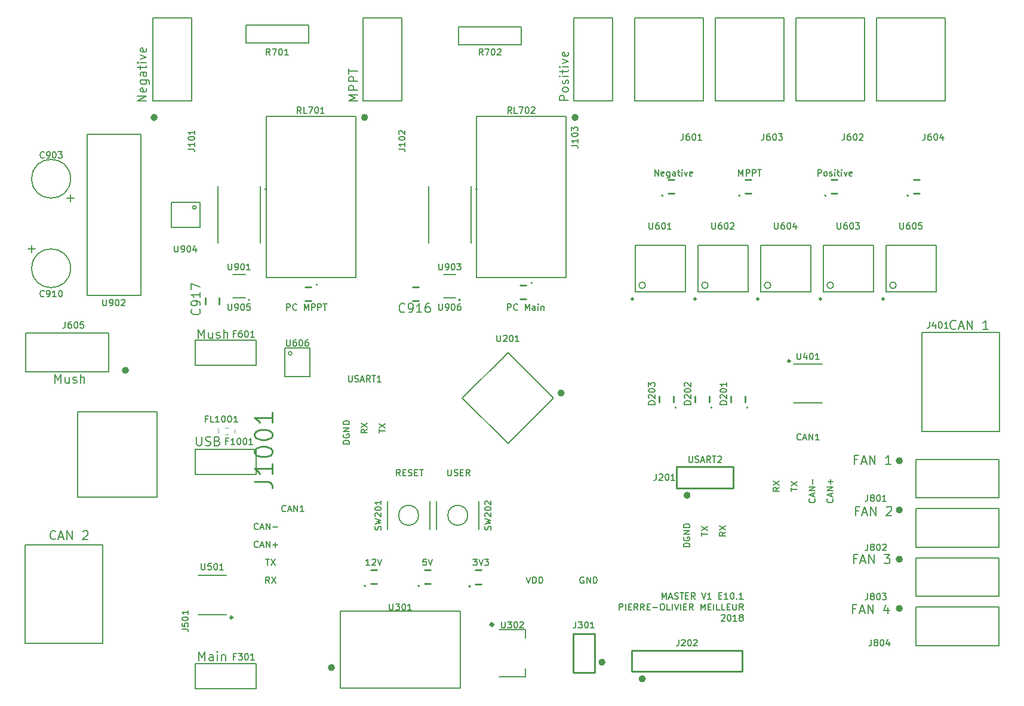
<source format=gbr>
G04 #@! TF.GenerationSoftware,KiCad,Pcbnew,5.0.2-bee76a0~70~ubuntu18.04.1*
G04 #@! TF.CreationDate,2019-01-12T17:32:51-05:00*
G04 #@! TF.ProjectId,Master_Board,4d617374-6572-45f4-926f-6172642e6b69,rev?*
G04 #@! TF.SameCoordinates,Original*
G04 #@! TF.FileFunction,Legend,Top*
G04 #@! TF.FilePolarity,Positive*
%FSLAX46Y46*%
G04 Gerber Fmt 4.6, Leading zero omitted, Abs format (unit mm)*
G04 Created by KiCad (PCBNEW 5.0.2-bee76a0~70~ubuntu18.04.1) date Sat 12 Jan 2019 05:32:51 PM EST*
%MOMM*%
%LPD*%
G01*
G04 APERTURE LIST*
%ADD10C,0.203200*%
%ADD11C,0.150000*%
%ADD12C,0.254000*%
%ADD13C,0.100000*%
%ADD14C,0.508000*%
%ADD15C,0.500000*%
%ADD16C,0.300000*%
%ADD17C,0.200000*%
G04 APERTURE END LIST*
D10*
X215392000Y-81426755D02*
X215331523Y-81487231D01*
X215150095Y-81547707D01*
X215029142Y-81547707D01*
X214847714Y-81487231D01*
X214726761Y-81366279D01*
X214666285Y-81245326D01*
X214605809Y-81003422D01*
X214605809Y-80821993D01*
X214666285Y-80580088D01*
X214726761Y-80459136D01*
X214847714Y-80338184D01*
X215029142Y-80277707D01*
X215150095Y-80277707D01*
X215331523Y-80338184D01*
X215392000Y-80398660D01*
X215875809Y-81184850D02*
X216480571Y-81184850D01*
X215754857Y-81547707D02*
X216178190Y-80277707D01*
X216601523Y-81547707D01*
X217024857Y-81547707D02*
X217024857Y-80277707D01*
X217750571Y-81547707D01*
X217750571Y-80277707D01*
X219988190Y-81547707D02*
X219262476Y-81547707D01*
X219625333Y-81547707D02*
X219625333Y-80277707D01*
X219504380Y-80459136D01*
X219383428Y-80580088D01*
X219262476Y-80640564D01*
X87757000Y-111271755D02*
X87696523Y-111332231D01*
X87515095Y-111392707D01*
X87394142Y-111392707D01*
X87212714Y-111332231D01*
X87091761Y-111211279D01*
X87031285Y-111090326D01*
X86970809Y-110848422D01*
X86970809Y-110666993D01*
X87031285Y-110425088D01*
X87091761Y-110304136D01*
X87212714Y-110183184D01*
X87394142Y-110122707D01*
X87515095Y-110122707D01*
X87696523Y-110183184D01*
X87757000Y-110243660D01*
X88240809Y-111029850D02*
X88845571Y-111029850D01*
X88119857Y-111392707D02*
X88543190Y-110122707D01*
X88966523Y-111392707D01*
X89389857Y-111392707D02*
X89389857Y-110122707D01*
X90115571Y-111392707D01*
X90115571Y-110122707D01*
X91627476Y-110243660D02*
X91687952Y-110183184D01*
X91808904Y-110122707D01*
X92111285Y-110122707D01*
X92232238Y-110183184D01*
X92292714Y-110243660D01*
X92353190Y-110364612D01*
X92353190Y-110485564D01*
X92292714Y-110666993D01*
X91567000Y-111392707D01*
X92353190Y-111392707D01*
X108107238Y-128537707D02*
X108107238Y-127267707D01*
X108530571Y-128174850D01*
X108953904Y-127267707D01*
X108953904Y-128537707D01*
X110102952Y-128537707D02*
X110102952Y-127872469D01*
X110042476Y-127751517D01*
X109921523Y-127691041D01*
X109679619Y-127691041D01*
X109558666Y-127751517D01*
X110102952Y-128477231D02*
X109982000Y-128537707D01*
X109679619Y-128537707D01*
X109558666Y-128477231D01*
X109498190Y-128356279D01*
X109498190Y-128235326D01*
X109558666Y-128114374D01*
X109679619Y-128053898D01*
X109982000Y-128053898D01*
X110102952Y-127993422D01*
X110707714Y-128537707D02*
X110707714Y-127691041D01*
X110707714Y-127267707D02*
X110647238Y-127328184D01*
X110707714Y-127388660D01*
X110768190Y-127328184D01*
X110707714Y-127267707D01*
X110707714Y-127388660D01*
X111312476Y-127691041D02*
X111312476Y-128537707D01*
X111312476Y-127811993D02*
X111372952Y-127751517D01*
X111493904Y-127691041D01*
X111675333Y-127691041D01*
X111796285Y-127751517D01*
X111856761Y-127872469D01*
X111856761Y-128537707D01*
X107744380Y-96787707D02*
X107744380Y-97815803D01*
X107804857Y-97936755D01*
X107865333Y-97997231D01*
X107986285Y-98057707D01*
X108228190Y-98057707D01*
X108349142Y-97997231D01*
X108409619Y-97936755D01*
X108470095Y-97815803D01*
X108470095Y-96787707D01*
X109014380Y-97997231D02*
X109195809Y-98057707D01*
X109498190Y-98057707D01*
X109619142Y-97997231D01*
X109679619Y-97936755D01*
X109740095Y-97815803D01*
X109740095Y-97694850D01*
X109679619Y-97573898D01*
X109619142Y-97513422D01*
X109498190Y-97452945D01*
X109256285Y-97392469D01*
X109135333Y-97331993D01*
X109074857Y-97271517D01*
X109014380Y-97150564D01*
X109014380Y-97029612D01*
X109074857Y-96908660D01*
X109135333Y-96848184D01*
X109256285Y-96787707D01*
X109558666Y-96787707D01*
X109740095Y-96848184D01*
X110707714Y-97392469D02*
X110889142Y-97452945D01*
X110949619Y-97513422D01*
X111010095Y-97634374D01*
X111010095Y-97815803D01*
X110949619Y-97936755D01*
X110889142Y-97997231D01*
X110768190Y-98057707D01*
X110284380Y-98057707D01*
X110284380Y-96787707D01*
X110707714Y-96787707D01*
X110828666Y-96848184D01*
X110889142Y-96908660D01*
X110949619Y-97029612D01*
X110949619Y-97150564D01*
X110889142Y-97271517D01*
X110828666Y-97331993D01*
X110707714Y-97392469D01*
X110284380Y-97392469D01*
X107998380Y-82817707D02*
X107998380Y-81547707D01*
X108421714Y-82454850D01*
X108845047Y-81547707D01*
X108845047Y-82817707D01*
X109994095Y-81971041D02*
X109994095Y-82817707D01*
X109449809Y-81971041D02*
X109449809Y-82636279D01*
X109510285Y-82757231D01*
X109631238Y-82817707D01*
X109812666Y-82817707D01*
X109933619Y-82757231D01*
X109994095Y-82696755D01*
X110538380Y-82757231D02*
X110659333Y-82817707D01*
X110901238Y-82817707D01*
X111022190Y-82757231D01*
X111082666Y-82636279D01*
X111082666Y-82575803D01*
X111022190Y-82454850D01*
X110901238Y-82394374D01*
X110719809Y-82394374D01*
X110598857Y-82333898D01*
X110538380Y-82212945D01*
X110538380Y-82152469D01*
X110598857Y-82031517D01*
X110719809Y-81971041D01*
X110901238Y-81971041D01*
X111022190Y-82031517D01*
X111626952Y-82817707D02*
X111626952Y-81547707D01*
X112171238Y-82817707D02*
X112171238Y-82152469D01*
X112110761Y-82031517D01*
X111989809Y-81971041D01*
X111808380Y-81971041D01*
X111687428Y-82031517D01*
X111626952Y-82091993D01*
X100650523Y-49162707D02*
X99380523Y-49162707D01*
X100650523Y-48436993D01*
X99380523Y-48436993D01*
X100590047Y-47348422D02*
X100650523Y-47469374D01*
X100650523Y-47711279D01*
X100590047Y-47832231D01*
X100469095Y-47892707D01*
X99985285Y-47892707D01*
X99864333Y-47832231D01*
X99803857Y-47711279D01*
X99803857Y-47469374D01*
X99864333Y-47348422D01*
X99985285Y-47287945D01*
X100106238Y-47287945D01*
X100227190Y-47892707D01*
X99803857Y-46199374D02*
X100831952Y-46199374D01*
X100952904Y-46259850D01*
X101013380Y-46320326D01*
X101073857Y-46441279D01*
X101073857Y-46622707D01*
X101013380Y-46743660D01*
X100590047Y-46199374D02*
X100650523Y-46320326D01*
X100650523Y-46562231D01*
X100590047Y-46683184D01*
X100529571Y-46743660D01*
X100408619Y-46804136D01*
X100045761Y-46804136D01*
X99924809Y-46743660D01*
X99864333Y-46683184D01*
X99803857Y-46562231D01*
X99803857Y-46320326D01*
X99864333Y-46199374D01*
X100650523Y-45050326D02*
X99985285Y-45050326D01*
X99864333Y-45110803D01*
X99803857Y-45231755D01*
X99803857Y-45473660D01*
X99864333Y-45594612D01*
X100590047Y-45050326D02*
X100650523Y-45171279D01*
X100650523Y-45473660D01*
X100590047Y-45594612D01*
X100469095Y-45655088D01*
X100348142Y-45655088D01*
X100227190Y-45594612D01*
X100166714Y-45473660D01*
X100166714Y-45171279D01*
X100106238Y-45050326D01*
X99803857Y-44626993D02*
X99803857Y-44143184D01*
X99380523Y-44445564D02*
X100469095Y-44445564D01*
X100590047Y-44385088D01*
X100650523Y-44264136D01*
X100650523Y-44143184D01*
X100650523Y-43719850D02*
X99803857Y-43719850D01*
X99380523Y-43719850D02*
X99441000Y-43780326D01*
X99501476Y-43719850D01*
X99441000Y-43659374D01*
X99380523Y-43719850D01*
X99501476Y-43719850D01*
X99803857Y-43236041D02*
X100650523Y-42933660D01*
X99803857Y-42631279D01*
X100590047Y-41663660D02*
X100650523Y-41784612D01*
X100650523Y-42026517D01*
X100590047Y-42147469D01*
X100469095Y-42207945D01*
X99985285Y-42207945D01*
X99864333Y-42147469D01*
X99803857Y-42026517D01*
X99803857Y-41784612D01*
X99864333Y-41663660D01*
X99985285Y-41603184D01*
X100106238Y-41603184D01*
X100227190Y-42207945D01*
X130622523Y-49114326D02*
X129352523Y-49114326D01*
X130259666Y-48690993D01*
X129352523Y-48267660D01*
X130622523Y-48267660D01*
X130622523Y-47662898D02*
X129352523Y-47662898D01*
X129352523Y-47179088D01*
X129413000Y-47058136D01*
X129473476Y-46997660D01*
X129594428Y-46937184D01*
X129775857Y-46937184D01*
X129896809Y-46997660D01*
X129957285Y-47058136D01*
X130017761Y-47179088D01*
X130017761Y-47662898D01*
X130622523Y-46392898D02*
X129352523Y-46392898D01*
X129352523Y-45909088D01*
X129413000Y-45788136D01*
X129473476Y-45727660D01*
X129594428Y-45667184D01*
X129775857Y-45667184D01*
X129896809Y-45727660D01*
X129957285Y-45788136D01*
X130017761Y-45909088D01*
X130017761Y-46392898D01*
X129352523Y-45304326D02*
X129352523Y-44578612D01*
X130622523Y-44941469D02*
X129352523Y-44941469D01*
X160467523Y-49084088D02*
X159197523Y-49084088D01*
X159197523Y-48600279D01*
X159258000Y-48479326D01*
X159318476Y-48418850D01*
X159439428Y-48358374D01*
X159620857Y-48358374D01*
X159741809Y-48418850D01*
X159802285Y-48479326D01*
X159862761Y-48600279D01*
X159862761Y-49084088D01*
X160467523Y-47632660D02*
X160407047Y-47753612D01*
X160346571Y-47814088D01*
X160225619Y-47874564D01*
X159862761Y-47874564D01*
X159741809Y-47814088D01*
X159681333Y-47753612D01*
X159620857Y-47632660D01*
X159620857Y-47451231D01*
X159681333Y-47330279D01*
X159741809Y-47269803D01*
X159862761Y-47209326D01*
X160225619Y-47209326D01*
X160346571Y-47269803D01*
X160407047Y-47330279D01*
X160467523Y-47451231D01*
X160467523Y-47632660D01*
X160407047Y-46725517D02*
X160467523Y-46604564D01*
X160467523Y-46362660D01*
X160407047Y-46241707D01*
X160286095Y-46181231D01*
X160225619Y-46181231D01*
X160104666Y-46241707D01*
X160044190Y-46362660D01*
X160044190Y-46544088D01*
X159983714Y-46665041D01*
X159862761Y-46725517D01*
X159802285Y-46725517D01*
X159681333Y-46665041D01*
X159620857Y-46544088D01*
X159620857Y-46362660D01*
X159681333Y-46241707D01*
X160467523Y-45636945D02*
X159620857Y-45636945D01*
X159197523Y-45636945D02*
X159258000Y-45697422D01*
X159318476Y-45636945D01*
X159258000Y-45576469D01*
X159197523Y-45636945D01*
X159318476Y-45636945D01*
X159620857Y-45213612D02*
X159620857Y-44729803D01*
X159197523Y-45032184D02*
X160286095Y-45032184D01*
X160407047Y-44971707D01*
X160467523Y-44850755D01*
X160467523Y-44729803D01*
X160467523Y-44306469D02*
X159620857Y-44306469D01*
X159197523Y-44306469D02*
X159258000Y-44366945D01*
X159318476Y-44306469D01*
X159258000Y-44245993D01*
X159197523Y-44306469D01*
X159318476Y-44306469D01*
X159620857Y-43822660D02*
X160467523Y-43520279D01*
X159620857Y-43217898D01*
X160407047Y-42250279D02*
X160467523Y-42371231D01*
X160467523Y-42613136D01*
X160407047Y-42734088D01*
X160286095Y-42794564D01*
X159802285Y-42794564D01*
X159681333Y-42734088D01*
X159620857Y-42613136D01*
X159620857Y-42371231D01*
X159681333Y-42250279D01*
X159802285Y-42189803D01*
X159923238Y-42189803D01*
X160044190Y-42794564D01*
X87678380Y-89167707D02*
X87678380Y-87897707D01*
X88101714Y-88804850D01*
X88525047Y-87897707D01*
X88525047Y-89167707D01*
X89674095Y-88321041D02*
X89674095Y-89167707D01*
X89129809Y-88321041D02*
X89129809Y-88986279D01*
X89190285Y-89107231D01*
X89311238Y-89167707D01*
X89492666Y-89167707D01*
X89613619Y-89107231D01*
X89674095Y-89046755D01*
X90218380Y-89107231D02*
X90339333Y-89167707D01*
X90581238Y-89167707D01*
X90702190Y-89107231D01*
X90762666Y-88986279D01*
X90762666Y-88925803D01*
X90702190Y-88804850D01*
X90581238Y-88744374D01*
X90399809Y-88744374D01*
X90278857Y-88683898D01*
X90218380Y-88562945D01*
X90218380Y-88502469D01*
X90278857Y-88381517D01*
X90399809Y-88321041D01*
X90581238Y-88321041D01*
X90702190Y-88381517D01*
X91306952Y-89167707D02*
X91306952Y-87897707D01*
X91851238Y-89167707D02*
X91851238Y-88502469D01*
X91790761Y-88381517D01*
X91669809Y-88321041D01*
X91488380Y-88321041D01*
X91367428Y-88381517D01*
X91306952Y-88441993D01*
X201210333Y-121230369D02*
X200787000Y-121230369D01*
X200787000Y-121895607D02*
X200787000Y-120625607D01*
X201391761Y-120625607D01*
X201815095Y-121532750D02*
X202419857Y-121532750D01*
X201694142Y-121895607D02*
X202117476Y-120625607D01*
X202540809Y-121895607D01*
X202964142Y-121895607D02*
X202964142Y-120625607D01*
X203689857Y-121895607D01*
X203689857Y-120625607D01*
X205806523Y-121048941D02*
X205806523Y-121895607D01*
X205504142Y-120565131D02*
X205201761Y-121472274D01*
X205987952Y-121472274D01*
X201337333Y-114118369D02*
X200914000Y-114118369D01*
X200914000Y-114783607D02*
X200914000Y-113513607D01*
X201518761Y-113513607D01*
X201942095Y-114420750D02*
X202546857Y-114420750D01*
X201821142Y-114783607D02*
X202244476Y-113513607D01*
X202667809Y-114783607D01*
X203091142Y-114783607D02*
X203091142Y-113513607D01*
X203816857Y-114783607D01*
X203816857Y-113513607D01*
X205268285Y-113513607D02*
X206054476Y-113513607D01*
X205631142Y-113997417D01*
X205812571Y-113997417D01*
X205933523Y-114057893D01*
X205994000Y-114118369D01*
X206054476Y-114239322D01*
X206054476Y-114541703D01*
X205994000Y-114662655D01*
X205933523Y-114723131D01*
X205812571Y-114783607D01*
X205449714Y-114783607D01*
X205328761Y-114723131D01*
X205268285Y-114662655D01*
X201591333Y-107298469D02*
X201168000Y-107298469D01*
X201168000Y-107963707D02*
X201168000Y-106693707D01*
X201772761Y-106693707D01*
X202196095Y-107600850D02*
X202800857Y-107600850D01*
X202075142Y-107963707D02*
X202498476Y-106693707D01*
X202921809Y-107963707D01*
X203345142Y-107963707D02*
X203345142Y-106693707D01*
X204070857Y-107963707D01*
X204070857Y-106693707D01*
X205582761Y-106814660D02*
X205643238Y-106754184D01*
X205764190Y-106693707D01*
X206066571Y-106693707D01*
X206187523Y-106754184D01*
X206248000Y-106814660D01*
X206308476Y-106935612D01*
X206308476Y-107056564D01*
X206248000Y-107237993D01*
X205522285Y-107963707D01*
X206308476Y-107963707D01*
X201464333Y-100059469D02*
X201041000Y-100059469D01*
X201041000Y-100724707D02*
X201041000Y-99454707D01*
X201645761Y-99454707D01*
X202069095Y-100361850D02*
X202673857Y-100361850D01*
X201948142Y-100724707D02*
X202371476Y-99454707D01*
X202794809Y-100724707D01*
X203218142Y-100724707D02*
X203218142Y-99454707D01*
X203943857Y-100724707D01*
X203943857Y-99454707D01*
X206181476Y-100724707D02*
X205455761Y-100724707D01*
X205818619Y-100724707D02*
X205818619Y-99454707D01*
X205697666Y-99636136D01*
X205576714Y-99757088D01*
X205455761Y-99817564D01*
X173757777Y-119832126D02*
X173757777Y-118932126D01*
X174057777Y-119574984D01*
X174357777Y-118932126D01*
X174357777Y-119832126D01*
X174743491Y-119574984D02*
X175172062Y-119574984D01*
X174657777Y-119832126D02*
X174957777Y-118932126D01*
X175257777Y-119832126D01*
X175514920Y-119789269D02*
X175643491Y-119832126D01*
X175857777Y-119832126D01*
X175943491Y-119789269D01*
X175986348Y-119746412D01*
X176029205Y-119660698D01*
X176029205Y-119574984D01*
X175986348Y-119489269D01*
X175943491Y-119446412D01*
X175857777Y-119403555D01*
X175686348Y-119360698D01*
X175600634Y-119317841D01*
X175557777Y-119274984D01*
X175514920Y-119189269D01*
X175514920Y-119103555D01*
X175557777Y-119017841D01*
X175600634Y-118974984D01*
X175686348Y-118932126D01*
X175900634Y-118932126D01*
X176029205Y-118974984D01*
X176286348Y-118932126D02*
X176800634Y-118932126D01*
X176543491Y-119832126D02*
X176543491Y-118932126D01*
X177100634Y-119360698D02*
X177400634Y-119360698D01*
X177529205Y-119832126D02*
X177100634Y-119832126D01*
X177100634Y-118932126D01*
X177529205Y-118932126D01*
X178429205Y-119832126D02*
X178129205Y-119403555D01*
X177914920Y-119832126D02*
X177914920Y-118932126D01*
X178257777Y-118932126D01*
X178343491Y-118974984D01*
X178386348Y-119017841D01*
X178429205Y-119103555D01*
X178429205Y-119232126D01*
X178386348Y-119317841D01*
X178343491Y-119360698D01*
X178257777Y-119403555D01*
X177914920Y-119403555D01*
X179372062Y-118932126D02*
X179672062Y-119832126D01*
X179972062Y-118932126D01*
X180743491Y-119832126D02*
X180229205Y-119832126D01*
X180486348Y-119832126D02*
X180486348Y-118932126D01*
X180400634Y-119060698D01*
X180314920Y-119146412D01*
X180229205Y-119189269D01*
X181814920Y-119360698D02*
X182114920Y-119360698D01*
X182243491Y-119832126D02*
X181814920Y-119832126D01*
X181814920Y-118932126D01*
X182243491Y-118932126D01*
X183100634Y-119832126D02*
X182586348Y-119832126D01*
X182843491Y-119832126D02*
X182843491Y-118932126D01*
X182757777Y-119060698D01*
X182672062Y-119146412D01*
X182586348Y-119189269D01*
X183657777Y-118932126D02*
X183743491Y-118932126D01*
X183829205Y-118974984D01*
X183872062Y-119017841D01*
X183914920Y-119103555D01*
X183957777Y-119274984D01*
X183957777Y-119489269D01*
X183914920Y-119660698D01*
X183872062Y-119746412D01*
X183829205Y-119789269D01*
X183743491Y-119832126D01*
X183657777Y-119832126D01*
X183572062Y-119789269D01*
X183529205Y-119746412D01*
X183486348Y-119660698D01*
X183443491Y-119489269D01*
X183443491Y-119274984D01*
X183486348Y-119103555D01*
X183529205Y-119017841D01*
X183572062Y-118974984D01*
X183657777Y-118932126D01*
X184343491Y-119746412D02*
X184386348Y-119789269D01*
X184343491Y-119832126D01*
X184300634Y-119789269D01*
X184343491Y-119746412D01*
X184343491Y-119832126D01*
X185243491Y-119832126D02*
X184729205Y-119832126D01*
X184986348Y-119832126D02*
X184986348Y-118932126D01*
X184900634Y-119060698D01*
X184814920Y-119146412D01*
X184729205Y-119189269D01*
X167672062Y-121385326D02*
X167672062Y-120485326D01*
X168014920Y-120485326D01*
X168100634Y-120528184D01*
X168143491Y-120571041D01*
X168186348Y-120656755D01*
X168186348Y-120785326D01*
X168143491Y-120871041D01*
X168100634Y-120913898D01*
X168014920Y-120956755D01*
X167672062Y-120956755D01*
X168572062Y-121385326D02*
X168572062Y-120485326D01*
X169000634Y-120913898D02*
X169300634Y-120913898D01*
X169429205Y-121385326D02*
X169000634Y-121385326D01*
X169000634Y-120485326D01*
X169429205Y-120485326D01*
X170329205Y-121385326D02*
X170029205Y-120956755D01*
X169814920Y-121385326D02*
X169814920Y-120485326D01*
X170157777Y-120485326D01*
X170243491Y-120528184D01*
X170286348Y-120571041D01*
X170329205Y-120656755D01*
X170329205Y-120785326D01*
X170286348Y-120871041D01*
X170243491Y-120913898D01*
X170157777Y-120956755D01*
X169814920Y-120956755D01*
X171229205Y-121385326D02*
X170929205Y-120956755D01*
X170714920Y-121385326D02*
X170714920Y-120485326D01*
X171057777Y-120485326D01*
X171143491Y-120528184D01*
X171186348Y-120571041D01*
X171229205Y-120656755D01*
X171229205Y-120785326D01*
X171186348Y-120871041D01*
X171143491Y-120913898D01*
X171057777Y-120956755D01*
X170714920Y-120956755D01*
X171614920Y-120913898D02*
X171914920Y-120913898D01*
X172043491Y-121385326D02*
X171614920Y-121385326D01*
X171614920Y-120485326D01*
X172043491Y-120485326D01*
X172429205Y-121042469D02*
X173114920Y-121042469D01*
X173714920Y-120485326D02*
X173886348Y-120485326D01*
X173972062Y-120528184D01*
X174057777Y-120613898D01*
X174100634Y-120785326D01*
X174100634Y-121085326D01*
X174057777Y-121256755D01*
X173972062Y-121342469D01*
X173886348Y-121385326D01*
X173714920Y-121385326D01*
X173629205Y-121342469D01*
X173543491Y-121256755D01*
X173500634Y-121085326D01*
X173500634Y-120785326D01*
X173543491Y-120613898D01*
X173629205Y-120528184D01*
X173714920Y-120485326D01*
X174914920Y-121385326D02*
X174486348Y-121385326D01*
X174486348Y-120485326D01*
X175214920Y-121385326D02*
X175214920Y-120485326D01*
X175514920Y-120485326D02*
X175814920Y-121385326D01*
X176114920Y-120485326D01*
X176414920Y-121385326D02*
X176414920Y-120485326D01*
X176843491Y-120913898D02*
X177143491Y-120913898D01*
X177272062Y-121385326D02*
X176843491Y-121385326D01*
X176843491Y-120485326D01*
X177272062Y-120485326D01*
X178172062Y-121385326D02*
X177872062Y-120956755D01*
X177657777Y-121385326D02*
X177657777Y-120485326D01*
X178000634Y-120485326D01*
X178086348Y-120528184D01*
X178129205Y-120571041D01*
X178172062Y-120656755D01*
X178172062Y-120785326D01*
X178129205Y-120871041D01*
X178086348Y-120913898D01*
X178000634Y-120956755D01*
X177657777Y-120956755D01*
X179243491Y-121385326D02*
X179243491Y-120485326D01*
X179543491Y-121128184D01*
X179843491Y-120485326D01*
X179843491Y-121385326D01*
X180272062Y-120913898D02*
X180572062Y-120913898D01*
X180700634Y-121385326D02*
X180272062Y-121385326D01*
X180272062Y-120485326D01*
X180700634Y-120485326D01*
X181086348Y-121385326D02*
X181086348Y-120485326D01*
X181943491Y-121385326D02*
X181514920Y-121385326D01*
X181514920Y-120485326D01*
X182672062Y-121385326D02*
X182243491Y-121385326D01*
X182243491Y-120485326D01*
X182972062Y-120913898D02*
X183272062Y-120913898D01*
X183400634Y-121385326D02*
X182972062Y-121385326D01*
X182972062Y-120485326D01*
X183400634Y-120485326D01*
X183786348Y-120485326D02*
X183786348Y-121213898D01*
X183829205Y-121299612D01*
X183872062Y-121342469D01*
X183957777Y-121385326D01*
X184129205Y-121385326D01*
X184214920Y-121342469D01*
X184257777Y-121299612D01*
X184300634Y-121213898D01*
X184300634Y-120485326D01*
X185243491Y-121385326D02*
X184943491Y-120956755D01*
X184729205Y-121385326D02*
X184729205Y-120485326D01*
X185072062Y-120485326D01*
X185157777Y-120528184D01*
X185200634Y-120571041D01*
X185243491Y-120656755D01*
X185243491Y-120785326D01*
X185200634Y-120871041D01*
X185157777Y-120913898D01*
X185072062Y-120956755D01*
X184729205Y-120956755D01*
X182157777Y-122124241D02*
X182200634Y-122081384D01*
X182286348Y-122038526D01*
X182500634Y-122038526D01*
X182586348Y-122081384D01*
X182629205Y-122124241D01*
X182672062Y-122209955D01*
X182672062Y-122295669D01*
X182629205Y-122424241D01*
X182114920Y-122938526D01*
X182672062Y-122938526D01*
X183229205Y-122038526D02*
X183314920Y-122038526D01*
X183400634Y-122081384D01*
X183443491Y-122124241D01*
X183486348Y-122209955D01*
X183529205Y-122381384D01*
X183529205Y-122595669D01*
X183486348Y-122767098D01*
X183443491Y-122852812D01*
X183400634Y-122895669D01*
X183314920Y-122938526D01*
X183229205Y-122938526D01*
X183143491Y-122895669D01*
X183100634Y-122852812D01*
X183057777Y-122767098D01*
X183014920Y-122595669D01*
X183014920Y-122381384D01*
X183057777Y-122209955D01*
X183100634Y-122124241D01*
X183143491Y-122081384D01*
X183229205Y-122038526D01*
X184386348Y-122938526D02*
X183872062Y-122938526D01*
X184129205Y-122938526D02*
X184129205Y-122038526D01*
X184043491Y-122167098D01*
X183957777Y-122252812D01*
X183872062Y-122295669D01*
X184900634Y-122424241D02*
X184814920Y-122381384D01*
X184772062Y-122338526D01*
X184729205Y-122252812D01*
X184729205Y-122209955D01*
X184772062Y-122124241D01*
X184814920Y-122081384D01*
X184900634Y-122038526D01*
X185072062Y-122038526D01*
X185157777Y-122081384D01*
X185200634Y-122124241D01*
X185243491Y-122209955D01*
X185243491Y-122252812D01*
X185200634Y-122338526D01*
X185157777Y-122381384D01*
X185072062Y-122424241D01*
X184900634Y-122424241D01*
X184814920Y-122467098D01*
X184772062Y-122509955D01*
X184729205Y-122595669D01*
X184729205Y-122767098D01*
X184772062Y-122852812D01*
X184814920Y-122895669D01*
X184900634Y-122938526D01*
X185072062Y-122938526D01*
X185157777Y-122895669D01*
X185200634Y-122852812D01*
X185243491Y-122767098D01*
X185243491Y-122595669D01*
X185200634Y-122509955D01*
X185157777Y-122467098D01*
X185072062Y-122424241D01*
X120531285Y-78840326D02*
X120531285Y-77940326D01*
X120874142Y-77940326D01*
X120959857Y-77983184D01*
X121002714Y-78026041D01*
X121045571Y-78111755D01*
X121045571Y-78240326D01*
X121002714Y-78326041D01*
X120959857Y-78368898D01*
X120874142Y-78411755D01*
X120531285Y-78411755D01*
X121945571Y-78754612D02*
X121902714Y-78797469D01*
X121774142Y-78840326D01*
X121688428Y-78840326D01*
X121559857Y-78797469D01*
X121474142Y-78711755D01*
X121431285Y-78626041D01*
X121388428Y-78454612D01*
X121388428Y-78326041D01*
X121431285Y-78154612D01*
X121474142Y-78068898D01*
X121559857Y-77983184D01*
X121688428Y-77940326D01*
X121774142Y-77940326D01*
X121902714Y-77983184D01*
X121945571Y-78026041D01*
X123017000Y-78840326D02*
X123017000Y-77940326D01*
X123317000Y-78583184D01*
X123617000Y-77940326D01*
X123617000Y-78840326D01*
X124045571Y-78840326D02*
X124045571Y-77940326D01*
X124388428Y-77940326D01*
X124474142Y-77983184D01*
X124517000Y-78026041D01*
X124559857Y-78111755D01*
X124559857Y-78240326D01*
X124517000Y-78326041D01*
X124474142Y-78368898D01*
X124388428Y-78411755D01*
X124045571Y-78411755D01*
X124945571Y-78840326D02*
X124945571Y-77940326D01*
X125288428Y-77940326D01*
X125374142Y-77983184D01*
X125417000Y-78026041D01*
X125459857Y-78111755D01*
X125459857Y-78240326D01*
X125417000Y-78326041D01*
X125374142Y-78368898D01*
X125288428Y-78411755D01*
X124945571Y-78411755D01*
X125717000Y-77940326D02*
X126231285Y-77940326D01*
X125974142Y-78840326D02*
X125974142Y-77940326D01*
X151860571Y-78840326D02*
X151860571Y-77940326D01*
X152203428Y-77940326D01*
X152289142Y-77983184D01*
X152332000Y-78026041D01*
X152374857Y-78111755D01*
X152374857Y-78240326D01*
X152332000Y-78326041D01*
X152289142Y-78368898D01*
X152203428Y-78411755D01*
X151860571Y-78411755D01*
X153274857Y-78754612D02*
X153232000Y-78797469D01*
X153103428Y-78840326D01*
X153017714Y-78840326D01*
X152889142Y-78797469D01*
X152803428Y-78711755D01*
X152760571Y-78626041D01*
X152717714Y-78454612D01*
X152717714Y-78326041D01*
X152760571Y-78154612D01*
X152803428Y-78068898D01*
X152889142Y-77983184D01*
X153017714Y-77940326D01*
X153103428Y-77940326D01*
X153232000Y-77983184D01*
X153274857Y-78026041D01*
X154346285Y-78840326D02*
X154346285Y-77940326D01*
X154646285Y-78583184D01*
X154946285Y-77940326D01*
X154946285Y-78840326D01*
X155760571Y-78840326D02*
X155760571Y-78368898D01*
X155717714Y-78283184D01*
X155632000Y-78240326D01*
X155460571Y-78240326D01*
X155374857Y-78283184D01*
X155760571Y-78797469D02*
X155674857Y-78840326D01*
X155460571Y-78840326D01*
X155374857Y-78797469D01*
X155332000Y-78711755D01*
X155332000Y-78626041D01*
X155374857Y-78540326D01*
X155460571Y-78497469D01*
X155674857Y-78497469D01*
X155760571Y-78454612D01*
X156189142Y-78840326D02*
X156189142Y-78240326D01*
X156189142Y-77940326D02*
X156146285Y-77983184D01*
X156189142Y-78026041D01*
X156232000Y-77983184D01*
X156189142Y-77940326D01*
X156189142Y-78026041D01*
X156617714Y-78240326D02*
X156617714Y-78840326D01*
X156617714Y-78326041D02*
X156660571Y-78283184D01*
X156746285Y-78240326D01*
X156874857Y-78240326D01*
X156960571Y-78283184D01*
X157003428Y-78368898D01*
X157003428Y-78840326D01*
X184639142Y-59790326D02*
X184639142Y-58890326D01*
X184939142Y-59533184D01*
X185239142Y-58890326D01*
X185239142Y-59790326D01*
X185667714Y-59790326D02*
X185667714Y-58890326D01*
X186010571Y-58890326D01*
X186096285Y-58933184D01*
X186139142Y-58976041D01*
X186182000Y-59061755D01*
X186182000Y-59190326D01*
X186139142Y-59276041D01*
X186096285Y-59318898D01*
X186010571Y-59361755D01*
X185667714Y-59361755D01*
X186567714Y-59790326D02*
X186567714Y-58890326D01*
X186910571Y-58890326D01*
X186996285Y-58933184D01*
X187039142Y-58976041D01*
X187082000Y-59061755D01*
X187082000Y-59190326D01*
X187039142Y-59276041D01*
X186996285Y-59318898D01*
X186910571Y-59361755D01*
X186567714Y-59361755D01*
X187339142Y-58890326D02*
X187853428Y-58890326D01*
X187596285Y-59790326D02*
X187596285Y-58890326D01*
X195825571Y-59790326D02*
X195825571Y-58890326D01*
X196168428Y-58890326D01*
X196254142Y-58933184D01*
X196297000Y-58976041D01*
X196339857Y-59061755D01*
X196339857Y-59190326D01*
X196297000Y-59276041D01*
X196254142Y-59318898D01*
X196168428Y-59361755D01*
X195825571Y-59361755D01*
X196854142Y-59790326D02*
X196768428Y-59747469D01*
X196725571Y-59704612D01*
X196682714Y-59618898D01*
X196682714Y-59361755D01*
X196725571Y-59276041D01*
X196768428Y-59233184D01*
X196854142Y-59190326D01*
X196982714Y-59190326D01*
X197068428Y-59233184D01*
X197111285Y-59276041D01*
X197154142Y-59361755D01*
X197154142Y-59618898D01*
X197111285Y-59704612D01*
X197068428Y-59747469D01*
X196982714Y-59790326D01*
X196854142Y-59790326D01*
X197497000Y-59747469D02*
X197582714Y-59790326D01*
X197754142Y-59790326D01*
X197839857Y-59747469D01*
X197882714Y-59661755D01*
X197882714Y-59618898D01*
X197839857Y-59533184D01*
X197754142Y-59490326D01*
X197625571Y-59490326D01*
X197539857Y-59447469D01*
X197497000Y-59361755D01*
X197497000Y-59318898D01*
X197539857Y-59233184D01*
X197625571Y-59190326D01*
X197754142Y-59190326D01*
X197839857Y-59233184D01*
X198268428Y-59790326D02*
X198268428Y-59190326D01*
X198268428Y-58890326D02*
X198225571Y-58933184D01*
X198268428Y-58976041D01*
X198311285Y-58933184D01*
X198268428Y-58890326D01*
X198268428Y-58976041D01*
X198568428Y-59190326D02*
X198911285Y-59190326D01*
X198697000Y-58890326D02*
X198697000Y-59661755D01*
X198739857Y-59747469D01*
X198825571Y-59790326D01*
X198911285Y-59790326D01*
X199211285Y-59790326D02*
X199211285Y-59190326D01*
X199211285Y-58890326D02*
X199168428Y-58933184D01*
X199211285Y-58976041D01*
X199254142Y-58933184D01*
X199211285Y-58890326D01*
X199211285Y-58976041D01*
X199554142Y-59190326D02*
X199768428Y-59790326D01*
X199982714Y-59190326D01*
X200668428Y-59747469D02*
X200582714Y-59790326D01*
X200411285Y-59790326D01*
X200325571Y-59747469D01*
X200282714Y-59661755D01*
X200282714Y-59318898D01*
X200325571Y-59233184D01*
X200411285Y-59190326D01*
X200582714Y-59190326D01*
X200668428Y-59233184D01*
X200711285Y-59318898D01*
X200711285Y-59404612D01*
X200282714Y-59490326D01*
X172729857Y-59790326D02*
X172729857Y-58890326D01*
X173244142Y-59790326D01*
X173244142Y-58890326D01*
X174015571Y-59747469D02*
X173929857Y-59790326D01*
X173758428Y-59790326D01*
X173672714Y-59747469D01*
X173629857Y-59661755D01*
X173629857Y-59318898D01*
X173672714Y-59233184D01*
X173758428Y-59190326D01*
X173929857Y-59190326D01*
X174015571Y-59233184D01*
X174058428Y-59318898D01*
X174058428Y-59404612D01*
X173629857Y-59490326D01*
X174829857Y-59190326D02*
X174829857Y-59918898D01*
X174787000Y-60004612D01*
X174744142Y-60047469D01*
X174658428Y-60090326D01*
X174529857Y-60090326D01*
X174444142Y-60047469D01*
X174829857Y-59747469D02*
X174744142Y-59790326D01*
X174572714Y-59790326D01*
X174487000Y-59747469D01*
X174444142Y-59704612D01*
X174401285Y-59618898D01*
X174401285Y-59361755D01*
X174444142Y-59276041D01*
X174487000Y-59233184D01*
X174572714Y-59190326D01*
X174744142Y-59190326D01*
X174829857Y-59233184D01*
X175644142Y-59790326D02*
X175644142Y-59318898D01*
X175601285Y-59233184D01*
X175515571Y-59190326D01*
X175344142Y-59190326D01*
X175258428Y-59233184D01*
X175644142Y-59747469D02*
X175558428Y-59790326D01*
X175344142Y-59790326D01*
X175258428Y-59747469D01*
X175215571Y-59661755D01*
X175215571Y-59576041D01*
X175258428Y-59490326D01*
X175344142Y-59447469D01*
X175558428Y-59447469D01*
X175644142Y-59404612D01*
X175944142Y-59190326D02*
X176287000Y-59190326D01*
X176072714Y-58890326D02*
X176072714Y-59661755D01*
X176115571Y-59747469D01*
X176201285Y-59790326D01*
X176287000Y-59790326D01*
X176587000Y-59790326D02*
X176587000Y-59190326D01*
X176587000Y-58890326D02*
X176544142Y-58933184D01*
X176587000Y-58976041D01*
X176629857Y-58933184D01*
X176587000Y-58890326D01*
X176587000Y-58976041D01*
X176929857Y-59190326D02*
X177144142Y-59790326D01*
X177358428Y-59190326D01*
X178044142Y-59747469D02*
X177958428Y-59790326D01*
X177787000Y-59790326D01*
X177701285Y-59747469D01*
X177658428Y-59661755D01*
X177658428Y-59318898D01*
X177701285Y-59233184D01*
X177787000Y-59190326D01*
X177958428Y-59190326D01*
X178044142Y-59233184D01*
X178087000Y-59318898D01*
X178087000Y-59404612D01*
X177658428Y-59490326D01*
X143364142Y-101435326D02*
X143364142Y-102163898D01*
X143407000Y-102249612D01*
X143449857Y-102292469D01*
X143535571Y-102335326D01*
X143707000Y-102335326D01*
X143792714Y-102292469D01*
X143835571Y-102249612D01*
X143878428Y-102163898D01*
X143878428Y-101435326D01*
X144264142Y-102292469D02*
X144392714Y-102335326D01*
X144607000Y-102335326D01*
X144692714Y-102292469D01*
X144735571Y-102249612D01*
X144778428Y-102163898D01*
X144778428Y-102078184D01*
X144735571Y-101992469D01*
X144692714Y-101949612D01*
X144607000Y-101906755D01*
X144435571Y-101863898D01*
X144349857Y-101821041D01*
X144307000Y-101778184D01*
X144264142Y-101692469D01*
X144264142Y-101606755D01*
X144307000Y-101521041D01*
X144349857Y-101478184D01*
X144435571Y-101435326D01*
X144649857Y-101435326D01*
X144778428Y-101478184D01*
X145164142Y-101863898D02*
X145464142Y-101863898D01*
X145592714Y-102335326D02*
X145164142Y-102335326D01*
X145164142Y-101435326D01*
X145592714Y-101435326D01*
X146492714Y-102335326D02*
X146192714Y-101906755D01*
X145978428Y-102335326D02*
X145978428Y-101435326D01*
X146321285Y-101435326D01*
X146407000Y-101478184D01*
X146449857Y-101521041D01*
X146492714Y-101606755D01*
X146492714Y-101735326D01*
X146449857Y-101821041D01*
X146407000Y-101863898D01*
X146321285Y-101906755D01*
X145978428Y-101906755D01*
X136614857Y-102335326D02*
X136314857Y-101906755D01*
X136100571Y-102335326D02*
X136100571Y-101435326D01*
X136443428Y-101435326D01*
X136529142Y-101478184D01*
X136572000Y-101521041D01*
X136614857Y-101606755D01*
X136614857Y-101735326D01*
X136572000Y-101821041D01*
X136529142Y-101863898D01*
X136443428Y-101906755D01*
X136100571Y-101906755D01*
X137000571Y-101863898D02*
X137300571Y-101863898D01*
X137429142Y-102335326D02*
X137000571Y-102335326D01*
X137000571Y-101435326D01*
X137429142Y-101435326D01*
X137772000Y-102292469D02*
X137900571Y-102335326D01*
X138114857Y-102335326D01*
X138200571Y-102292469D01*
X138243428Y-102249612D01*
X138286285Y-102163898D01*
X138286285Y-102078184D01*
X138243428Y-101992469D01*
X138200571Y-101949612D01*
X138114857Y-101906755D01*
X137943428Y-101863898D01*
X137857714Y-101821041D01*
X137814857Y-101778184D01*
X137772000Y-101692469D01*
X137772000Y-101606755D01*
X137814857Y-101521041D01*
X137857714Y-101478184D01*
X137943428Y-101435326D01*
X138157714Y-101435326D01*
X138286285Y-101478184D01*
X138672000Y-101863898D02*
X138972000Y-101863898D01*
X139100571Y-102335326D02*
X138672000Y-102335326D01*
X138672000Y-101435326D01*
X139100571Y-101435326D01*
X139357714Y-101435326D02*
X139872000Y-101435326D01*
X139614857Y-102335326D02*
X139614857Y-101435326D01*
X162636285Y-116718184D02*
X162550571Y-116675326D01*
X162422000Y-116675326D01*
X162293428Y-116718184D01*
X162207714Y-116803898D01*
X162164857Y-116889612D01*
X162122000Y-117061041D01*
X162122000Y-117189612D01*
X162164857Y-117361041D01*
X162207714Y-117446755D01*
X162293428Y-117532469D01*
X162422000Y-117575326D01*
X162507714Y-117575326D01*
X162636285Y-117532469D01*
X162679142Y-117489612D01*
X162679142Y-117189612D01*
X162507714Y-117189612D01*
X163064857Y-117575326D02*
X163064857Y-116675326D01*
X163579142Y-117575326D01*
X163579142Y-116675326D01*
X164007714Y-117575326D02*
X164007714Y-116675326D01*
X164222000Y-116675326D01*
X164350571Y-116718184D01*
X164436285Y-116803898D01*
X164479142Y-116889612D01*
X164522000Y-117061041D01*
X164522000Y-117189612D01*
X164479142Y-117361041D01*
X164436285Y-117446755D01*
X164350571Y-117532469D01*
X164222000Y-117575326D01*
X164007714Y-117575326D01*
X154502000Y-116675326D02*
X154802000Y-117575326D01*
X155102000Y-116675326D01*
X155402000Y-117575326D02*
X155402000Y-116675326D01*
X155616285Y-116675326D01*
X155744857Y-116718184D01*
X155830571Y-116803898D01*
X155873428Y-116889612D01*
X155916285Y-117061041D01*
X155916285Y-117189612D01*
X155873428Y-117361041D01*
X155830571Y-117446755D01*
X155744857Y-117532469D01*
X155616285Y-117575326D01*
X155402000Y-117575326D01*
X156302000Y-117575326D02*
X156302000Y-116675326D01*
X156516285Y-116675326D01*
X156644857Y-116718184D01*
X156730571Y-116803898D01*
X156773428Y-116889612D01*
X156816285Y-117061041D01*
X156816285Y-117189612D01*
X156773428Y-117361041D01*
X156730571Y-117446755D01*
X156644857Y-117532469D01*
X156516285Y-117575326D01*
X156302000Y-117575326D01*
X146967714Y-114135326D02*
X147524857Y-114135326D01*
X147224857Y-114478184D01*
X147353428Y-114478184D01*
X147439142Y-114521041D01*
X147482000Y-114563898D01*
X147524857Y-114649612D01*
X147524857Y-114863898D01*
X147482000Y-114949612D01*
X147439142Y-114992469D01*
X147353428Y-115035326D01*
X147096285Y-115035326D01*
X147010571Y-114992469D01*
X146967714Y-114949612D01*
X147782000Y-114135326D02*
X148082000Y-115035326D01*
X148382000Y-114135326D01*
X148596285Y-114135326D02*
X149153428Y-114135326D01*
X148853428Y-114478184D01*
X148982000Y-114478184D01*
X149067714Y-114521041D01*
X149110571Y-114563898D01*
X149153428Y-114649612D01*
X149153428Y-114863898D01*
X149110571Y-114949612D01*
X149067714Y-114992469D01*
X148982000Y-115035326D01*
X148724857Y-115035326D01*
X148639142Y-114992469D01*
X148596285Y-114949612D01*
X140290571Y-114135326D02*
X139862000Y-114135326D01*
X139819142Y-114563898D01*
X139862000Y-114521041D01*
X139947714Y-114478184D01*
X140162000Y-114478184D01*
X140247714Y-114521041D01*
X140290571Y-114563898D01*
X140333428Y-114649612D01*
X140333428Y-114863898D01*
X140290571Y-114949612D01*
X140247714Y-114992469D01*
X140162000Y-115035326D01*
X139947714Y-115035326D01*
X139862000Y-114992469D01*
X139819142Y-114949612D01*
X140590571Y-114135326D02*
X140890571Y-115035326D01*
X141190571Y-114135326D01*
X132284857Y-115035326D02*
X131770571Y-115035326D01*
X132027714Y-115035326D02*
X132027714Y-114135326D01*
X131942000Y-114263898D01*
X131856285Y-114349612D01*
X131770571Y-114392469D01*
X132627714Y-114221041D02*
X132670571Y-114178184D01*
X132756285Y-114135326D01*
X132970571Y-114135326D01*
X133056285Y-114178184D01*
X133099142Y-114221041D01*
X133142000Y-114306755D01*
X133142000Y-114392469D01*
X133099142Y-114521041D01*
X132584857Y-115035326D01*
X133142000Y-115035326D01*
X133399142Y-114135326D02*
X133699142Y-115035326D01*
X133999142Y-114135326D01*
X118087000Y-117575326D02*
X117787000Y-117146755D01*
X117572714Y-117575326D02*
X117572714Y-116675326D01*
X117915571Y-116675326D01*
X118001285Y-116718184D01*
X118044142Y-116761041D01*
X118087000Y-116846755D01*
X118087000Y-116975326D01*
X118044142Y-117061041D01*
X118001285Y-117103898D01*
X117915571Y-117146755D01*
X117572714Y-117146755D01*
X118387000Y-116675326D02*
X118987000Y-117575326D01*
X118987000Y-116675326D02*
X118387000Y-117575326D01*
X116466285Y-112409612D02*
X116423428Y-112452469D01*
X116294857Y-112495326D01*
X116209142Y-112495326D01*
X116080571Y-112452469D01*
X115994857Y-112366755D01*
X115952000Y-112281041D01*
X115909142Y-112109612D01*
X115909142Y-111981041D01*
X115952000Y-111809612D01*
X115994857Y-111723898D01*
X116080571Y-111638184D01*
X116209142Y-111595326D01*
X116294857Y-111595326D01*
X116423428Y-111638184D01*
X116466285Y-111681041D01*
X116809142Y-112238184D02*
X117237714Y-112238184D01*
X116723428Y-112495326D02*
X117023428Y-111595326D01*
X117323428Y-112495326D01*
X117623428Y-112495326D02*
X117623428Y-111595326D01*
X118137714Y-112495326D01*
X118137714Y-111595326D01*
X118566285Y-112152469D02*
X119252000Y-112152469D01*
X118909142Y-112495326D02*
X118909142Y-111809612D01*
X117551285Y-114135326D02*
X118065571Y-114135326D01*
X117808428Y-115035326D02*
X117808428Y-114135326D01*
X118279857Y-114135326D02*
X118879857Y-115035326D01*
X118879857Y-114135326D02*
X118279857Y-115035326D01*
X120404857Y-107329612D02*
X120362000Y-107372469D01*
X120233428Y-107415326D01*
X120147714Y-107415326D01*
X120019142Y-107372469D01*
X119933428Y-107286755D01*
X119890571Y-107201041D01*
X119847714Y-107029612D01*
X119847714Y-106901041D01*
X119890571Y-106729612D01*
X119933428Y-106643898D01*
X120019142Y-106558184D01*
X120147714Y-106515326D01*
X120233428Y-106515326D01*
X120362000Y-106558184D01*
X120404857Y-106601041D01*
X120747714Y-107158184D02*
X121176285Y-107158184D01*
X120662000Y-107415326D02*
X120962000Y-106515326D01*
X121262000Y-107415326D01*
X121562000Y-107415326D02*
X121562000Y-106515326D01*
X122076285Y-107415326D01*
X122076285Y-106515326D01*
X122976285Y-107415326D02*
X122462000Y-107415326D01*
X122719142Y-107415326D02*
X122719142Y-106515326D01*
X122633428Y-106643898D01*
X122547714Y-106729612D01*
X122462000Y-106772469D01*
X116466285Y-109869612D02*
X116423428Y-109912469D01*
X116294857Y-109955326D01*
X116209142Y-109955326D01*
X116080571Y-109912469D01*
X115994857Y-109826755D01*
X115952000Y-109741041D01*
X115909142Y-109569612D01*
X115909142Y-109441041D01*
X115952000Y-109269612D01*
X115994857Y-109183898D01*
X116080571Y-109098184D01*
X116209142Y-109055326D01*
X116294857Y-109055326D01*
X116423428Y-109098184D01*
X116466285Y-109141041D01*
X116809142Y-109698184D02*
X117237714Y-109698184D01*
X116723428Y-109955326D02*
X117023428Y-109055326D01*
X117323428Y-109955326D01*
X117623428Y-109955326D02*
X117623428Y-109055326D01*
X118137714Y-109955326D01*
X118137714Y-109055326D01*
X118566285Y-109612469D02*
X119252000Y-109612469D01*
X193429857Y-97169612D02*
X193387000Y-97212469D01*
X193258428Y-97255326D01*
X193172714Y-97255326D01*
X193044142Y-97212469D01*
X192958428Y-97126755D01*
X192915571Y-97041041D01*
X192872714Y-96869612D01*
X192872714Y-96741041D01*
X192915571Y-96569612D01*
X192958428Y-96483898D01*
X193044142Y-96398184D01*
X193172714Y-96355326D01*
X193258428Y-96355326D01*
X193387000Y-96398184D01*
X193429857Y-96441041D01*
X193772714Y-96998184D02*
X194201285Y-96998184D01*
X193687000Y-97255326D02*
X193987000Y-96355326D01*
X194287000Y-97255326D01*
X194587000Y-97255326D02*
X194587000Y-96355326D01*
X195101285Y-97255326D01*
X195101285Y-96355326D01*
X196001285Y-97255326D02*
X195487000Y-97255326D01*
X195744142Y-97255326D02*
X195744142Y-96355326D01*
X195658428Y-96483898D01*
X195572714Y-96569612D01*
X195487000Y-96612469D01*
X190399142Y-103983184D02*
X189970571Y-104283184D01*
X190399142Y-104497469D02*
X189499142Y-104497469D01*
X189499142Y-104154612D01*
X189542000Y-104068898D01*
X189584857Y-104026041D01*
X189670571Y-103983184D01*
X189799142Y-103983184D01*
X189884857Y-104026041D01*
X189927714Y-104068898D01*
X189970571Y-104154612D01*
X189970571Y-104497469D01*
X189499142Y-103683184D02*
X190399142Y-103083184D01*
X189499142Y-103083184D02*
X190399142Y-103683184D01*
X192039142Y-104518898D02*
X192039142Y-104004612D01*
X192939142Y-104261755D02*
X192039142Y-104261755D01*
X192039142Y-103790326D02*
X192939142Y-103190326D01*
X192039142Y-103190326D02*
X192939142Y-103790326D01*
X195393428Y-105603898D02*
X195436285Y-105646755D01*
X195479142Y-105775326D01*
X195479142Y-105861041D01*
X195436285Y-105989612D01*
X195350571Y-106075326D01*
X195264857Y-106118184D01*
X195093428Y-106161041D01*
X194964857Y-106161041D01*
X194793428Y-106118184D01*
X194707714Y-106075326D01*
X194622000Y-105989612D01*
X194579142Y-105861041D01*
X194579142Y-105775326D01*
X194622000Y-105646755D01*
X194664857Y-105603898D01*
X195222000Y-105261041D02*
X195222000Y-104832469D01*
X195479142Y-105346755D02*
X194579142Y-105046755D01*
X195479142Y-104746755D01*
X195479142Y-104446755D02*
X194579142Y-104446755D01*
X195479142Y-103932469D01*
X194579142Y-103932469D01*
X195136285Y-103503898D02*
X195136285Y-102818184D01*
X197933428Y-105603898D02*
X197976285Y-105646755D01*
X198019142Y-105775326D01*
X198019142Y-105861041D01*
X197976285Y-105989612D01*
X197890571Y-106075326D01*
X197804857Y-106118184D01*
X197633428Y-106161041D01*
X197504857Y-106161041D01*
X197333428Y-106118184D01*
X197247714Y-106075326D01*
X197162000Y-105989612D01*
X197119142Y-105861041D01*
X197119142Y-105775326D01*
X197162000Y-105646755D01*
X197204857Y-105603898D01*
X197762000Y-105261041D02*
X197762000Y-104832469D01*
X198019142Y-105346755D02*
X197119142Y-105046755D01*
X198019142Y-104746755D01*
X198019142Y-104446755D02*
X197119142Y-104446755D01*
X198019142Y-103932469D01*
X197119142Y-103932469D01*
X197676285Y-103503898D02*
X197676285Y-102818184D01*
X198019142Y-103161041D02*
X197333428Y-103161041D01*
X177539142Y-99530326D02*
X177539142Y-100258898D01*
X177582000Y-100344612D01*
X177624857Y-100387469D01*
X177710571Y-100430326D01*
X177882000Y-100430326D01*
X177967714Y-100387469D01*
X178010571Y-100344612D01*
X178053428Y-100258898D01*
X178053428Y-99530326D01*
X178439142Y-100387469D02*
X178567714Y-100430326D01*
X178782000Y-100430326D01*
X178867714Y-100387469D01*
X178910571Y-100344612D01*
X178953428Y-100258898D01*
X178953428Y-100173184D01*
X178910571Y-100087469D01*
X178867714Y-100044612D01*
X178782000Y-100001755D01*
X178610571Y-99958898D01*
X178524857Y-99916041D01*
X178482000Y-99873184D01*
X178439142Y-99787469D01*
X178439142Y-99701755D01*
X178482000Y-99616041D01*
X178524857Y-99573184D01*
X178610571Y-99530326D01*
X178824857Y-99530326D01*
X178953428Y-99573184D01*
X179296285Y-100173184D02*
X179724857Y-100173184D01*
X179210571Y-100430326D02*
X179510571Y-99530326D01*
X179810571Y-100430326D01*
X180624857Y-100430326D02*
X180324857Y-100001755D01*
X180110571Y-100430326D02*
X180110571Y-99530326D01*
X180453428Y-99530326D01*
X180539142Y-99573184D01*
X180582000Y-99616041D01*
X180624857Y-99701755D01*
X180624857Y-99830326D01*
X180582000Y-99916041D01*
X180539142Y-99958898D01*
X180453428Y-100001755D01*
X180110571Y-100001755D01*
X180882000Y-99530326D02*
X181396285Y-99530326D01*
X181139142Y-100430326D02*
X181139142Y-99530326D01*
X181653428Y-99616041D02*
X181696285Y-99573184D01*
X181782000Y-99530326D01*
X181996285Y-99530326D01*
X182082000Y-99573184D01*
X182124857Y-99616041D01*
X182167714Y-99701755D01*
X182167714Y-99787469D01*
X182124857Y-99916041D01*
X181610571Y-100430326D01*
X182167714Y-100430326D01*
X182779142Y-110333184D02*
X182350571Y-110633184D01*
X182779142Y-110847469D02*
X181879142Y-110847469D01*
X181879142Y-110504612D01*
X181922000Y-110418898D01*
X181964857Y-110376041D01*
X182050571Y-110333184D01*
X182179142Y-110333184D01*
X182264857Y-110376041D01*
X182307714Y-110418898D01*
X182350571Y-110504612D01*
X182350571Y-110847469D01*
X181879142Y-110033184D02*
X182779142Y-109433184D01*
X181879142Y-109433184D02*
X182779142Y-110033184D01*
X179339142Y-110868898D02*
X179339142Y-110354612D01*
X180239142Y-110611755D02*
X179339142Y-110611755D01*
X179339142Y-110140326D02*
X180239142Y-109540326D01*
X179339142Y-109540326D02*
X180239142Y-110140326D01*
X177699142Y-112425326D02*
X176799142Y-112425326D01*
X176799142Y-112211041D01*
X176842000Y-112082469D01*
X176927714Y-111996755D01*
X177013428Y-111953898D01*
X177184857Y-111911041D01*
X177313428Y-111911041D01*
X177484857Y-111953898D01*
X177570571Y-111996755D01*
X177656285Y-112082469D01*
X177699142Y-112211041D01*
X177699142Y-112425326D01*
X176842000Y-111053898D02*
X176799142Y-111139612D01*
X176799142Y-111268184D01*
X176842000Y-111396755D01*
X176927714Y-111482469D01*
X177013428Y-111525326D01*
X177184857Y-111568184D01*
X177313428Y-111568184D01*
X177484857Y-111525326D01*
X177570571Y-111482469D01*
X177656285Y-111396755D01*
X177699142Y-111268184D01*
X177699142Y-111182469D01*
X177656285Y-111053898D01*
X177613428Y-111011041D01*
X177313428Y-111011041D01*
X177313428Y-111182469D01*
X177699142Y-110625326D02*
X176799142Y-110625326D01*
X177699142Y-110111041D01*
X176799142Y-110111041D01*
X177699142Y-109682469D02*
X176799142Y-109682469D01*
X176799142Y-109468184D01*
X176842000Y-109339612D01*
X176927714Y-109253898D01*
X177013428Y-109211041D01*
X177184857Y-109168184D01*
X177313428Y-109168184D01*
X177484857Y-109211041D01*
X177570571Y-109253898D01*
X177656285Y-109339612D01*
X177699142Y-109468184D01*
X177699142Y-109682469D01*
X133619142Y-96263898D02*
X133619142Y-95749612D01*
X134519142Y-96006755D02*
X133619142Y-96006755D01*
X133619142Y-95535326D02*
X134519142Y-94935326D01*
X133619142Y-94935326D02*
X134519142Y-95535326D01*
X131979142Y-95728184D02*
X131550571Y-96028184D01*
X131979142Y-96242469D02*
X131079142Y-96242469D01*
X131079142Y-95899612D01*
X131122000Y-95813898D01*
X131164857Y-95771041D01*
X131250571Y-95728184D01*
X131379142Y-95728184D01*
X131464857Y-95771041D01*
X131507714Y-95813898D01*
X131550571Y-95899612D01*
X131550571Y-96242469D01*
X131079142Y-95428184D02*
X131979142Y-94828184D01*
X131079142Y-94828184D02*
X131979142Y-95428184D01*
X129439142Y-97820326D02*
X128539142Y-97820326D01*
X128539142Y-97606041D01*
X128582000Y-97477469D01*
X128667714Y-97391755D01*
X128753428Y-97348898D01*
X128924857Y-97306041D01*
X129053428Y-97306041D01*
X129224857Y-97348898D01*
X129310571Y-97391755D01*
X129396285Y-97477469D01*
X129439142Y-97606041D01*
X129439142Y-97820326D01*
X128582000Y-96448898D02*
X128539142Y-96534612D01*
X128539142Y-96663184D01*
X128582000Y-96791755D01*
X128667714Y-96877469D01*
X128753428Y-96920326D01*
X128924857Y-96963184D01*
X129053428Y-96963184D01*
X129224857Y-96920326D01*
X129310571Y-96877469D01*
X129396285Y-96791755D01*
X129439142Y-96663184D01*
X129439142Y-96577469D01*
X129396285Y-96448898D01*
X129353428Y-96406041D01*
X129053428Y-96406041D01*
X129053428Y-96577469D01*
X129439142Y-96020326D02*
X128539142Y-96020326D01*
X129439142Y-95506041D01*
X128539142Y-95506041D01*
X129439142Y-95077469D02*
X128539142Y-95077469D01*
X128539142Y-94863184D01*
X128582000Y-94734612D01*
X128667714Y-94648898D01*
X128753428Y-94606041D01*
X128924857Y-94563184D01*
X129053428Y-94563184D01*
X129224857Y-94606041D01*
X129310571Y-94648898D01*
X129396285Y-94734612D01*
X129439142Y-94863184D01*
X129439142Y-95077469D01*
X129279142Y-88100326D02*
X129279142Y-88828898D01*
X129322000Y-88914612D01*
X129364857Y-88957469D01*
X129450571Y-89000326D01*
X129622000Y-89000326D01*
X129707714Y-88957469D01*
X129750571Y-88914612D01*
X129793428Y-88828898D01*
X129793428Y-88100326D01*
X130179142Y-88957469D02*
X130307714Y-89000326D01*
X130522000Y-89000326D01*
X130607714Y-88957469D01*
X130650571Y-88914612D01*
X130693428Y-88828898D01*
X130693428Y-88743184D01*
X130650571Y-88657469D01*
X130607714Y-88614612D01*
X130522000Y-88571755D01*
X130350571Y-88528898D01*
X130264857Y-88486041D01*
X130222000Y-88443184D01*
X130179142Y-88357469D01*
X130179142Y-88271755D01*
X130222000Y-88186041D01*
X130264857Y-88143184D01*
X130350571Y-88100326D01*
X130564857Y-88100326D01*
X130693428Y-88143184D01*
X131036285Y-88743184D02*
X131464857Y-88743184D01*
X130950571Y-89000326D02*
X131250571Y-88100326D01*
X131550571Y-89000326D01*
X132364857Y-89000326D02*
X132064857Y-88571755D01*
X131850571Y-89000326D02*
X131850571Y-88100326D01*
X132193428Y-88100326D01*
X132279142Y-88143184D01*
X132322000Y-88186041D01*
X132364857Y-88271755D01*
X132364857Y-88400326D01*
X132322000Y-88486041D01*
X132279142Y-88528898D01*
X132193428Y-88571755D01*
X131850571Y-88571755D01*
X132622000Y-88100326D02*
X133136285Y-88100326D01*
X132879142Y-89000326D02*
X132879142Y-88100326D01*
X133907714Y-89000326D02*
X133393428Y-89000326D01*
X133650571Y-89000326D02*
X133650571Y-88100326D01*
X133564857Y-88228898D01*
X133479142Y-88314612D01*
X133393428Y-88357469D01*
D11*
G04 #@! TO.C,U902*
X92202000Y-53848000D02*
X92202000Y-56388000D01*
X99822000Y-56388000D02*
X99822000Y-53848000D01*
X99822000Y-76708000D02*
X99822000Y-56388000D01*
X92202000Y-56388000D02*
X92202000Y-76708000D01*
X92202000Y-76708000D02*
X99822000Y-76708000D01*
X92202000Y-53848000D02*
X99822000Y-53848000D01*
G04 #@! TO.C,R701*
X114747000Y-40968184D02*
X123637000Y-40968184D01*
X114747000Y-38428184D02*
X114747000Y-40968184D01*
X123637000Y-38428184D02*
X114747000Y-38428184D01*
X123637000Y-40968184D02*
X123637000Y-38428184D01*
G04 #@! TO.C,R702*
X144907000Y-41148000D02*
X153797000Y-41148000D01*
X144907000Y-38608000D02*
X144907000Y-41148000D01*
X153797000Y-38608000D02*
X144907000Y-38608000D01*
X153797000Y-41148000D02*
X153797000Y-38608000D01*
G04 #@! TO.C,C903*
X90372000Y-62948000D02*
X89372000Y-62948000D01*
X89872000Y-63448000D02*
X89872000Y-62448000D01*
X89872000Y-60198000D02*
G75*
G03X89872000Y-60198000I-2750000J0D01*
G01*
G04 #@! TO.C,C910*
X83872000Y-70148000D02*
X84872000Y-70148000D01*
X84372000Y-69648000D02*
X84372000Y-70648000D01*
X89872000Y-72898000D02*
G75*
G03X89872000Y-72898000I-2750000J0D01*
G01*
D12*
G04 #@! TO.C,D201*
X185531000Y-91870691D02*
X185531000Y-91020691D01*
X183531000Y-91870691D02*
X183531000Y-91020691D01*
D10*
X185932980Y-92670691D02*
G75*
G03X185932980Y-92670691I-101980J0D01*
G01*
D12*
G04 #@! TO.C,D202*
X180451000Y-91870691D02*
X180451000Y-91020691D01*
X178451000Y-91870691D02*
X178451000Y-91020691D01*
D10*
X180852980Y-92670691D02*
G75*
G03X180852980Y-92670691I-101980J0D01*
G01*
D12*
G04 #@! TO.C,D203*
X175371000Y-91870691D02*
X175371000Y-91020691D01*
X173371000Y-91870691D02*
X173371000Y-91020691D01*
D10*
X175772980Y-92670691D02*
G75*
G03X175772980Y-92670691I-101980J0D01*
G01*
D11*
G04 #@! TO.C,F301*
X116220000Y-132540184D02*
X107569000Y-132540184D01*
X107554000Y-132540184D02*
X107554000Y-128974184D01*
X116205000Y-128979184D02*
X107569000Y-128979184D01*
X116205000Y-132535184D02*
X116205000Y-128979184D01*
G04 #@! TO.C,F601*
X116220000Y-86619000D02*
X107569000Y-86619000D01*
X107554000Y-86619000D02*
X107554000Y-83053000D01*
X116205000Y-83058000D02*
X107569000Y-83058000D01*
X116205000Y-86614000D02*
X116205000Y-83058000D01*
G04 #@! TO.C,F1001*
X116220000Y-102113000D02*
X107569000Y-102113000D01*
X107554000Y-102113000D02*
X107554000Y-98547000D01*
X116205000Y-98552000D02*
X107569000Y-98552000D01*
X116205000Y-102108000D02*
X116205000Y-98552000D01*
G04 #@! TO.C,FL1001*
X110744000Y-95631000D02*
G75*
G03X110744000Y-95631000I0J0D01*
G01*
D13*
X111823500Y-95567500D02*
X112204500Y-95567500D01*
X111823500Y-96456500D02*
X112204500Y-96456500D01*
X113157000Y-95821500D02*
X113157000Y-96202500D01*
X110871000Y-95821500D02*
X110871000Y-96202500D01*
D10*
G04 #@! TO.C,J101*
X107017000Y-49143184D02*
X107017000Y-37343184D01*
X101517000Y-49143184D02*
X101517000Y-37343184D01*
X107017000Y-37343184D02*
X101517000Y-37343184D01*
X107017000Y-49143184D02*
X101517000Y-49143184D01*
D14*
X101977000Y-51503184D02*
G75*
G03X101977000Y-51503184I-250000J0D01*
G01*
D10*
G04 #@! TO.C,J102*
X136862000Y-49143184D02*
X136862000Y-37343184D01*
X131362000Y-49143184D02*
X131362000Y-37343184D01*
X136862000Y-37343184D02*
X131362000Y-37343184D01*
X136862000Y-49143184D02*
X131362000Y-49143184D01*
D14*
X131822000Y-51503184D02*
G75*
G03X131822000Y-51503184I-250000J0D01*
G01*
D10*
G04 #@! TO.C,J103*
X166707000Y-49143184D02*
X166707000Y-37343184D01*
X161207000Y-49143184D02*
X161207000Y-37343184D01*
X166707000Y-37343184D02*
X161207000Y-37343184D01*
X166707000Y-49143184D02*
X161207000Y-49143184D01*
D14*
X161667000Y-51503184D02*
G75*
G03X161667000Y-51503184I-250000J0D01*
G01*
D12*
G04 #@! TO.C,J201*
X183872000Y-101063184D02*
X175792000Y-101063184D01*
X183872000Y-104063184D02*
X183872000Y-101063184D01*
X175792000Y-104063184D02*
X183872000Y-104063184D01*
X175792000Y-101063184D02*
X175792000Y-104063184D01*
D14*
X177546000Y-105103184D02*
G75*
G03X177546000Y-105103184I-254000J0D01*
G01*
D12*
G04 #@! TO.C,J202*
X185142000Y-127098184D02*
X169442000Y-127098184D01*
X185142000Y-130098184D02*
X185142000Y-127098184D01*
X169442000Y-130098184D02*
X185142000Y-130098184D01*
X169442000Y-127098184D02*
X169442000Y-130098184D01*
D14*
X171196000Y-131138184D02*
G75*
G03X171196000Y-131138184I-254000J0D01*
G01*
D12*
G04 #@! TO.C,J301*
X161187000Y-124738000D02*
X161187000Y-130278000D01*
X164187000Y-124738000D02*
X161187000Y-124738000D01*
X164187000Y-130278000D02*
X164187000Y-124738000D01*
X161187000Y-130278000D02*
X164187000Y-130278000D01*
D14*
X165481000Y-128778000D02*
G75*
G03X165481000Y-128778000I-254000J0D01*
G01*
D11*
G04 #@! TO.C,J401*
X221583600Y-96028184D02*
X210583600Y-96028184D01*
X221583600Y-96028184D02*
X210583600Y-96028184D01*
X221583600Y-96028184D02*
X210583600Y-96028184D01*
X221583600Y-96028184D02*
X210583600Y-96028184D01*
X210583600Y-82028184D02*
X210583600Y-96028184D01*
X210583600Y-82028184D02*
X210583600Y-96028184D01*
X210583600Y-82028184D02*
X210583600Y-96028184D01*
X221583600Y-82028184D02*
X221583600Y-96028184D01*
X221583600Y-82028184D02*
X221583600Y-96028184D01*
X221583600Y-82028184D02*
X221583600Y-96028184D01*
X221583600Y-82028184D02*
X221583600Y-96028184D01*
X210583600Y-82028184D02*
X210583600Y-96028184D01*
X210583600Y-82028184D02*
X221583600Y-82028184D01*
X210583600Y-82028184D02*
X221583600Y-82028184D01*
X210583600Y-82028184D02*
X221583600Y-82028184D01*
X210583600Y-82028184D02*
X221583600Y-82028184D01*
X210583600Y-82028184D02*
X221583600Y-82028184D01*
X210583600Y-82028184D02*
X210583600Y-96028184D01*
X210583600Y-82028184D02*
X210583600Y-96028184D01*
X221583600Y-82028184D02*
X221583600Y-96028184D01*
X221583600Y-82028184D02*
X221583600Y-96028184D01*
X221583600Y-96028184D02*
X210583600Y-96028184D01*
X210583600Y-82028184D02*
X221583600Y-82028184D01*
X221583600Y-96028184D02*
X210583600Y-96028184D01*
X221583600Y-96028184D02*
X210583600Y-96028184D01*
X210583600Y-82028184D02*
X210583600Y-96028184D01*
X221583600Y-82028184D02*
X221583600Y-96028184D01*
X210583600Y-82028184D02*
X221583600Y-82028184D01*
X210583600Y-82028184D02*
X221583600Y-82028184D01*
X221583600Y-96028184D02*
X210583600Y-96028184D01*
X210583600Y-82028184D02*
X210583600Y-96028184D01*
X221583600Y-82028184D02*
X221583600Y-96028184D01*
D10*
G04 #@! TO.C,J601*
X179602000Y-37343184D02*
X169902000Y-37343184D01*
X179602000Y-49143184D02*
X179602000Y-37343184D01*
X169902000Y-49143184D02*
X169902000Y-37343184D01*
X179602000Y-49143184D02*
X169902000Y-49143184D01*
G04 #@! TO.C,J602*
X202462000Y-37343184D02*
X192762000Y-37343184D01*
X202462000Y-49143184D02*
X202462000Y-37343184D01*
X192762000Y-49143184D02*
X192762000Y-37343184D01*
X202462000Y-49143184D02*
X192762000Y-49143184D01*
G04 #@! TO.C,J603*
X191032000Y-37343184D02*
X181332000Y-37343184D01*
X191032000Y-49143184D02*
X191032000Y-37343184D01*
X181332000Y-49143184D02*
X181332000Y-37343184D01*
X191032000Y-49143184D02*
X181332000Y-49143184D01*
G04 #@! TO.C,J605*
X95297000Y-82086000D02*
X83497000Y-82086000D01*
X95297000Y-87586000D02*
X83497000Y-87586000D01*
X83497000Y-82086000D02*
X83497000Y-87586000D01*
X95297000Y-82086000D02*
X95297000Y-87586000D01*
D14*
X97907000Y-87376000D02*
G75*
G03X97907000Y-87376000I-250000J0D01*
G01*
D10*
G04 #@! TO.C,J801*
X209757000Y-105493000D02*
X221557000Y-105493000D01*
X209757000Y-99993000D02*
X221557000Y-99993000D01*
X221557000Y-105493000D02*
X221557000Y-99993000D01*
X209757000Y-105493000D02*
X209757000Y-99993000D01*
D14*
X207647000Y-100203000D02*
G75*
G03X207647000Y-100203000I-250000J0D01*
G01*
D10*
G04 #@! TO.C,J802*
X209757000Y-112478000D02*
X221557000Y-112478000D01*
X209757000Y-106978000D02*
X221557000Y-106978000D01*
X221557000Y-112478000D02*
X221557000Y-106978000D01*
X209757000Y-112478000D02*
X209757000Y-106978000D01*
D14*
X207647000Y-107188000D02*
G75*
G03X207647000Y-107188000I-250000J0D01*
G01*
D10*
G04 #@! TO.C,J803*
X209757000Y-119463000D02*
X221557000Y-119463000D01*
X209757000Y-113963000D02*
X221557000Y-113963000D01*
X221557000Y-119463000D02*
X221557000Y-113963000D01*
X209757000Y-119463000D02*
X209757000Y-113963000D01*
D14*
X207647000Y-114173000D02*
G75*
G03X207647000Y-114173000I-250000J0D01*
G01*
D10*
G04 #@! TO.C,J804*
X209757000Y-126448000D02*
X221557000Y-126448000D01*
X209757000Y-120948000D02*
X221557000Y-120948000D01*
X221557000Y-126448000D02*
X221557000Y-120948000D01*
X209757000Y-126448000D02*
X209757000Y-120948000D01*
D14*
X207647000Y-121158000D02*
G75*
G03X207647000Y-121158000I-250000J0D01*
G01*
D11*
G04 #@! TO.C,RL701*
X117602000Y-74168000D02*
X117602000Y-51308000D01*
X117602000Y-51308000D02*
X130302000Y-51308000D01*
X130302000Y-51308000D02*
X130302000Y-74168000D01*
X130302000Y-74168000D02*
X117602000Y-74168000D01*
G04 #@! TO.C,RL702*
X147447000Y-74168000D02*
X147447000Y-51308000D01*
X147447000Y-51308000D02*
X160147000Y-51308000D01*
X160147000Y-51308000D02*
X160147000Y-74168000D01*
X160147000Y-74168000D02*
X147447000Y-74168000D01*
D10*
G04 #@! TO.C,SW201*
X134818116Y-105944810D02*
X134818116Y-109944810D01*
X140818116Y-105944810D02*
X140818116Y-109944810D01*
X139232330Y-107944810D02*
G75*
G03X139232330Y-107944810I-1414214J0D01*
G01*
G04 #@! TO.C,SW202*
X147785035Y-109944810D02*
X147785035Y-105944810D01*
X141785035Y-109944810D02*
X141785035Y-105944810D01*
X146199249Y-107944810D02*
G75*
G03X146199249Y-107944810I-1414214J0D01*
G01*
D14*
G04 #@! TO.C,U201*
X159689416Y-90594580D02*
G75*
G03X159689416Y-90594580I-254001J0D01*
G01*
D10*
X145426216Y-91313000D02*
X151892000Y-97778784D01*
X151892000Y-84847216D02*
X145426216Y-91313000D01*
X158357784Y-91313000D02*
X151892000Y-84847216D01*
X151892000Y-97778784D02*
X158357784Y-91313000D01*
D15*
G04 #@! TO.C,U301*
X127127000Y-129545692D02*
G75*
G03X127127000Y-129545692I-254000J0D01*
G01*
D10*
X128167000Y-121555692D02*
X128167000Y-132455692D01*
X145167000Y-121555692D02*
X128167000Y-121555692D01*
X145167000Y-132455692D02*
X145167000Y-121555692D01*
X128143000Y-132455692D02*
X145167000Y-132455692D01*
G04 #@! TO.C,U302*
X154377000Y-124158000D02*
X150677000Y-124158000D01*
X154377000Y-130858000D02*
X150677000Y-130858000D01*
X154377000Y-124158000D02*
X154377000Y-125308000D01*
X154377000Y-129708000D02*
X154377000Y-130858000D01*
D15*
X149748215Y-123444000D02*
G75*
G03X149748215Y-123444000I-142215J0D01*
G01*
D10*
G04 #@! TO.C,U401*
X192437000Y-91982184D02*
X196437000Y-91982184D01*
X192437000Y-86474184D02*
X196437000Y-86474184D01*
D16*
X191880178Y-86048184D02*
G75*
G03X191880178Y-86048184I-143178J0D01*
G01*
D10*
G04 #@! TO.C,U501*
X111982000Y-116499000D02*
X107982000Y-116499000D01*
X111982000Y-122007000D02*
X107982000Y-122007000D01*
D16*
X112825178Y-122433000D02*
G75*
G03X112825178Y-122433000I-143178J0D01*
G01*
D15*
G04 #@! TO.C,U601*
X169545000Y-77216000D02*
G75*
G03X169545000Y-77216000I0J0D01*
G01*
D11*
X171399905Y-75311000D02*
G75*
G03X171399905Y-75311000I-457905J0D01*
G01*
X169926000Y-69596000D02*
X169926000Y-76200000D01*
X177038000Y-69596000D02*
X177038000Y-76200000D01*
X169926000Y-76200000D02*
X177046000Y-76200000D01*
X169922000Y-69596000D02*
X177042000Y-69596000D01*
D15*
G04 #@! TO.C,U602*
X178435000Y-77216000D02*
G75*
G03X178435000Y-77216000I0J0D01*
G01*
D11*
X180289905Y-75311000D02*
G75*
G03X180289905Y-75311000I-457905J0D01*
G01*
X178816000Y-69596000D02*
X178816000Y-76200000D01*
X185928000Y-69596000D02*
X185928000Y-76200000D01*
X178816000Y-76200000D02*
X185936000Y-76200000D01*
X178812000Y-69596000D02*
X185932000Y-69596000D01*
D15*
G04 #@! TO.C,U603*
X196215000Y-77216000D02*
G75*
G03X196215000Y-77216000I0J0D01*
G01*
D11*
X198069905Y-75311000D02*
G75*
G03X198069905Y-75311000I-457905J0D01*
G01*
X196596000Y-69596000D02*
X196596000Y-76200000D01*
X203708000Y-69596000D02*
X203708000Y-76200000D01*
X196596000Y-76200000D02*
X203716000Y-76200000D01*
X196592000Y-69596000D02*
X203712000Y-69596000D01*
D15*
G04 #@! TO.C,U604*
X187325000Y-77216000D02*
G75*
G03X187325000Y-77216000I0J0D01*
G01*
D11*
X189179905Y-75311000D02*
G75*
G03X189179905Y-75311000I-457905J0D01*
G01*
X187706000Y-69596000D02*
X187706000Y-76200000D01*
X194818000Y-69596000D02*
X194818000Y-76200000D01*
X187706000Y-76200000D02*
X194826000Y-76200000D01*
X187702000Y-69596000D02*
X194822000Y-69596000D01*
G04 #@! TO.C,U606*
X121285000Y-84963000D02*
G75*
G03X121285000Y-84963000I-254000J0D01*
G01*
X120269000Y-84201000D02*
X120269000Y-88265000D01*
X120269000Y-88265000D02*
X123825000Y-88265000D01*
X123825000Y-88265000D02*
X123825000Y-84201000D01*
X123825000Y-84201000D02*
X120269000Y-84201000D01*
G04 #@! TO.C,U901*
X117715178Y-61678000D02*
G75*
G03X117715178Y-61678000I-143178J0D01*
G01*
X110792000Y-69278000D02*
X110792000Y-61278000D01*
X116792000Y-69278000D02*
X116792000Y-61278000D01*
G04 #@! TO.C,U903*
X147560178Y-61678000D02*
G75*
G03X147560178Y-61678000I-143178J0D01*
G01*
X140637000Y-69278000D02*
X140637000Y-61278000D01*
X146637000Y-69278000D02*
X146637000Y-61278000D01*
D10*
G04 #@! TO.C,U905*
X112917000Y-77090000D02*
X114667000Y-77090000D01*
X112917000Y-73786000D02*
X114667000Y-73786000D01*
D17*
X115279703Y-77388000D02*
G75*
G03X115279703Y-77388000I-107703J0D01*
G01*
D10*
G04 #@! TO.C,U906*
X142762000Y-77090000D02*
X144512000Y-77090000D01*
X142762000Y-73786000D02*
X144512000Y-73786000D01*
D17*
X145124703Y-77388000D02*
G75*
G03X145124703Y-77388000I-107703J0D01*
G01*
D11*
G04 #@! TO.C,U904*
X107696000Y-64262000D02*
G75*
G03X107696000Y-64262000I-254000J0D01*
G01*
X108204000Y-63500000D02*
X104140000Y-63500000D01*
X104140000Y-63500000D02*
X104140000Y-67056000D01*
X104140000Y-67056000D02*
X108204000Y-67056000D01*
X108204000Y-67056000D02*
X108204000Y-63500000D01*
D10*
G04 #@! TO.C,J604*
X213892000Y-37343184D02*
X204192000Y-37343184D01*
X213892000Y-49143184D02*
X213892000Y-37343184D01*
X204192000Y-49143184D02*
X204192000Y-37343184D01*
X213892000Y-49143184D02*
X204192000Y-49143184D01*
D15*
G04 #@! TO.C,U605*
X205105000Y-77216000D02*
G75*
G03X205105000Y-77216000I0J0D01*
G01*
D11*
X206959905Y-75311000D02*
G75*
G03X206959905Y-75311000I-457905J0D01*
G01*
X205486000Y-69596000D02*
X205486000Y-76200000D01*
X212598000Y-69596000D02*
X212598000Y-76200000D01*
X205486000Y-76200000D02*
X212606000Y-76200000D01*
X205482000Y-69596000D02*
X212602000Y-69596000D01*
D12*
G04 #@! TO.C,D602*
X197704000Y-62288184D02*
X198554000Y-62288184D01*
X197704000Y-60288184D02*
X198554000Y-60288184D01*
D10*
X197005980Y-62588184D02*
G75*
G03X197005980Y-62588184I-101980J0D01*
G01*
D12*
G04 #@! TO.C,D603*
X185512000Y-62288184D02*
X186362000Y-62288184D01*
X185512000Y-60288184D02*
X186362000Y-60288184D01*
D10*
X184813980Y-62588184D02*
G75*
G03X184813980Y-62588184I-101980J0D01*
G01*
D12*
G04 #@! TO.C,D604*
X209388000Y-62288184D02*
X210238000Y-62288184D01*
X209388000Y-60288184D02*
X210238000Y-60288184D01*
D10*
X208689980Y-62588184D02*
G75*
G03X208689980Y-62588184I-101980J0D01*
G01*
D12*
G04 #@! TO.C,D301*
X132426000Y-117660184D02*
X133276000Y-117660184D01*
X132426000Y-115660184D02*
X133276000Y-115660184D01*
D10*
X131727980Y-117960184D02*
G75*
G03X131727980Y-117960184I-101980J0D01*
G01*
D12*
G04 #@! TO.C,D302*
X140046000Y-117660184D02*
X140896000Y-117660184D01*
X140046000Y-115660184D02*
X140896000Y-115660184D01*
D10*
X139347980Y-117960184D02*
G75*
G03X139347980Y-117960184I-101980J0D01*
G01*
G04 #@! TO.C,D303*
X146568980Y-118013000D02*
G75*
G03X146568980Y-118013000I-101980J0D01*
G01*
D12*
X147267000Y-115713000D02*
X148117000Y-115713000D01*
X147267000Y-117713000D02*
X148117000Y-117713000D01*
D10*
G04 #@! TO.C,D601*
X173891980Y-62588184D02*
G75*
G03X173891980Y-62588184I-101980J0D01*
G01*
D12*
X174590000Y-60288184D02*
X175440000Y-60288184D01*
X174590000Y-62288184D02*
X175440000Y-62288184D01*
D10*
G04 #@! TO.C,D705*
X155368980Y-74974184D02*
G75*
G03X155368980Y-74974184I-101980J0D01*
G01*
D12*
X154467000Y-77274184D02*
X153617000Y-77274184D01*
X154467000Y-75274184D02*
X153617000Y-75274184D01*
G04 #@! TO.C,D706*
X123987000Y-75528184D02*
X123137000Y-75528184D01*
X123987000Y-77528184D02*
X123137000Y-77528184D01*
D10*
X124888980Y-75228184D02*
G75*
G03X124888980Y-75228184I-101980J0D01*
G01*
D11*
G04 #@! TO.C,J501*
X83408000Y-126146184D02*
X83408000Y-112146184D01*
X94408000Y-126146184D02*
X94408000Y-112146184D01*
X83408000Y-112146184D02*
X94408000Y-112146184D01*
X94408000Y-126146184D02*
X83408000Y-126146184D01*
X94408000Y-126146184D02*
X83408000Y-126146184D01*
X83408000Y-126146184D02*
X83408000Y-112146184D01*
X94408000Y-126146184D02*
X94408000Y-112146184D01*
X83408000Y-112146184D02*
X94408000Y-112146184D01*
X83408000Y-112146184D02*
X94408000Y-112146184D01*
X94408000Y-126146184D02*
X83408000Y-126146184D01*
X83408000Y-112146184D02*
X94408000Y-112146184D01*
X83408000Y-126146184D02*
X83408000Y-112146184D01*
X83408000Y-126146184D02*
X83408000Y-112146184D01*
X94408000Y-126146184D02*
X94408000Y-112146184D01*
X94408000Y-126146184D02*
X94408000Y-112146184D01*
X94408000Y-126146184D02*
X83408000Y-126146184D01*
X94408000Y-126146184D02*
X83408000Y-126146184D01*
X94408000Y-126146184D02*
X83408000Y-126146184D01*
X94408000Y-126146184D02*
X83408000Y-126146184D01*
X94408000Y-126146184D02*
X83408000Y-126146184D01*
X94408000Y-126146184D02*
X94408000Y-112146184D01*
X83408000Y-126146184D02*
X83408000Y-112146184D01*
X83408000Y-126146184D02*
X83408000Y-112146184D01*
X83408000Y-126146184D02*
X83408000Y-112146184D01*
X83408000Y-126146184D02*
X83408000Y-112146184D01*
X94408000Y-126146184D02*
X94408000Y-112146184D01*
X94408000Y-126146184D02*
X94408000Y-112146184D01*
X94408000Y-126146184D02*
X94408000Y-112146184D01*
X83408000Y-112146184D02*
X94408000Y-112146184D01*
X83408000Y-112146184D02*
X94408000Y-112146184D01*
X83408000Y-112146184D02*
X94408000Y-112146184D01*
X83408000Y-112146184D02*
X94408000Y-112146184D01*
D12*
G04 #@! TO.C,C916*
X139227000Y-77528184D02*
X138377000Y-77528184D01*
X139227000Y-75528184D02*
X138377000Y-75528184D01*
G04 #@! TO.C,C917*
X108982000Y-77128184D02*
X108982000Y-77978184D01*
X110982000Y-77128184D02*
X110982000Y-77978184D01*
D11*
G04 #@! TO.C,J1001*
X90908000Y-93254000D02*
X90908000Y-105334000D01*
X102108000Y-93254000D02*
X102108000Y-105334000D01*
X90908000Y-93254000D02*
X102108000Y-93254000D01*
X90908000Y-105334000D02*
X102108000Y-105334000D01*
G04 #@! TO.C,U902*
D10*
X94469142Y-77305326D02*
X94469142Y-78033898D01*
X94512000Y-78119612D01*
X94554857Y-78162469D01*
X94640571Y-78205326D01*
X94812000Y-78205326D01*
X94897714Y-78162469D01*
X94940571Y-78119612D01*
X94983428Y-78033898D01*
X94983428Y-77305326D01*
X95454857Y-78205326D02*
X95626285Y-78205326D01*
X95712000Y-78162469D01*
X95754857Y-78119612D01*
X95840571Y-77991041D01*
X95883428Y-77819612D01*
X95883428Y-77476755D01*
X95840571Y-77391041D01*
X95797714Y-77348184D01*
X95712000Y-77305326D01*
X95540571Y-77305326D01*
X95454857Y-77348184D01*
X95412000Y-77391041D01*
X95369142Y-77476755D01*
X95369142Y-77691041D01*
X95412000Y-77776755D01*
X95454857Y-77819612D01*
X95540571Y-77862469D01*
X95712000Y-77862469D01*
X95797714Y-77819612D01*
X95840571Y-77776755D01*
X95883428Y-77691041D01*
X96440571Y-77305326D02*
X96526285Y-77305326D01*
X96612000Y-77348184D01*
X96654857Y-77391041D01*
X96697714Y-77476755D01*
X96740571Y-77648184D01*
X96740571Y-77862469D01*
X96697714Y-78033898D01*
X96654857Y-78119612D01*
X96612000Y-78162469D01*
X96526285Y-78205326D01*
X96440571Y-78205326D01*
X96354857Y-78162469D01*
X96312000Y-78119612D01*
X96269142Y-78033898D01*
X96226285Y-77862469D01*
X96226285Y-77648184D01*
X96269142Y-77476755D01*
X96312000Y-77391041D01*
X96354857Y-77348184D01*
X96440571Y-77305326D01*
X97083428Y-77391041D02*
X97126285Y-77348184D01*
X97212000Y-77305326D01*
X97426285Y-77305326D01*
X97512000Y-77348184D01*
X97554857Y-77391041D01*
X97597714Y-77476755D01*
X97597714Y-77562469D01*
X97554857Y-77691041D01*
X97040571Y-78205326D01*
X97597714Y-78205326D01*
G04 #@! TO.C,R701*
X118184857Y-42645326D02*
X117884857Y-42216755D01*
X117670571Y-42645326D02*
X117670571Y-41745326D01*
X118013428Y-41745326D01*
X118099142Y-41788184D01*
X118142000Y-41831041D01*
X118184857Y-41916755D01*
X118184857Y-42045326D01*
X118142000Y-42131041D01*
X118099142Y-42173898D01*
X118013428Y-42216755D01*
X117670571Y-42216755D01*
X118484857Y-41745326D02*
X119084857Y-41745326D01*
X118699142Y-42645326D01*
X119599142Y-41745326D02*
X119684857Y-41745326D01*
X119770571Y-41788184D01*
X119813428Y-41831041D01*
X119856285Y-41916755D01*
X119899142Y-42088184D01*
X119899142Y-42302469D01*
X119856285Y-42473898D01*
X119813428Y-42559612D01*
X119770571Y-42602469D01*
X119684857Y-42645326D01*
X119599142Y-42645326D01*
X119513428Y-42602469D01*
X119470571Y-42559612D01*
X119427714Y-42473898D01*
X119384857Y-42302469D01*
X119384857Y-42088184D01*
X119427714Y-41916755D01*
X119470571Y-41831041D01*
X119513428Y-41788184D01*
X119599142Y-41745326D01*
X120756285Y-42645326D02*
X120242000Y-42645326D01*
X120499142Y-42645326D02*
X120499142Y-41745326D01*
X120413428Y-41873898D01*
X120327714Y-41959612D01*
X120242000Y-42002469D01*
G04 #@! TO.C,R702*
X148344857Y-42645326D02*
X148044857Y-42216755D01*
X147830571Y-42645326D02*
X147830571Y-41745326D01*
X148173428Y-41745326D01*
X148259142Y-41788184D01*
X148302000Y-41831041D01*
X148344857Y-41916755D01*
X148344857Y-42045326D01*
X148302000Y-42131041D01*
X148259142Y-42173898D01*
X148173428Y-42216755D01*
X147830571Y-42216755D01*
X148644857Y-41745326D02*
X149244857Y-41745326D01*
X148859142Y-42645326D01*
X149759142Y-41745326D02*
X149844857Y-41745326D01*
X149930571Y-41788184D01*
X149973428Y-41831041D01*
X150016285Y-41916755D01*
X150059142Y-42088184D01*
X150059142Y-42302469D01*
X150016285Y-42473898D01*
X149973428Y-42559612D01*
X149930571Y-42602469D01*
X149844857Y-42645326D01*
X149759142Y-42645326D01*
X149673428Y-42602469D01*
X149630571Y-42559612D01*
X149587714Y-42473898D01*
X149544857Y-42302469D01*
X149544857Y-42088184D01*
X149587714Y-41916755D01*
X149630571Y-41831041D01*
X149673428Y-41788184D01*
X149759142Y-41745326D01*
X150402000Y-41831041D02*
X150444857Y-41788184D01*
X150530571Y-41745326D01*
X150744857Y-41745326D01*
X150830571Y-41788184D01*
X150873428Y-41831041D01*
X150916285Y-41916755D01*
X150916285Y-42002469D01*
X150873428Y-42131041D01*
X150359142Y-42645326D01*
X150916285Y-42645326D01*
G04 #@! TO.C,C903*
X86114857Y-57164612D02*
X86072000Y-57207469D01*
X85943428Y-57250326D01*
X85857714Y-57250326D01*
X85729142Y-57207469D01*
X85643428Y-57121755D01*
X85600571Y-57036041D01*
X85557714Y-56864612D01*
X85557714Y-56736041D01*
X85600571Y-56564612D01*
X85643428Y-56478898D01*
X85729142Y-56393184D01*
X85857714Y-56350326D01*
X85943428Y-56350326D01*
X86072000Y-56393184D01*
X86114857Y-56436041D01*
X86543428Y-57250326D02*
X86714857Y-57250326D01*
X86800571Y-57207469D01*
X86843428Y-57164612D01*
X86929142Y-57036041D01*
X86972000Y-56864612D01*
X86972000Y-56521755D01*
X86929142Y-56436041D01*
X86886285Y-56393184D01*
X86800571Y-56350326D01*
X86629142Y-56350326D01*
X86543428Y-56393184D01*
X86500571Y-56436041D01*
X86457714Y-56521755D01*
X86457714Y-56736041D01*
X86500571Y-56821755D01*
X86543428Y-56864612D01*
X86629142Y-56907469D01*
X86800571Y-56907469D01*
X86886285Y-56864612D01*
X86929142Y-56821755D01*
X86972000Y-56736041D01*
X87529142Y-56350326D02*
X87614857Y-56350326D01*
X87700571Y-56393184D01*
X87743428Y-56436041D01*
X87786285Y-56521755D01*
X87829142Y-56693184D01*
X87829142Y-56907469D01*
X87786285Y-57078898D01*
X87743428Y-57164612D01*
X87700571Y-57207469D01*
X87614857Y-57250326D01*
X87529142Y-57250326D01*
X87443428Y-57207469D01*
X87400571Y-57164612D01*
X87357714Y-57078898D01*
X87314857Y-56907469D01*
X87314857Y-56693184D01*
X87357714Y-56521755D01*
X87400571Y-56436041D01*
X87443428Y-56393184D01*
X87529142Y-56350326D01*
X88129142Y-56350326D02*
X88686285Y-56350326D01*
X88386285Y-56693184D01*
X88514857Y-56693184D01*
X88600571Y-56736041D01*
X88643428Y-56778898D01*
X88686285Y-56864612D01*
X88686285Y-57078898D01*
X88643428Y-57164612D01*
X88600571Y-57207469D01*
X88514857Y-57250326D01*
X88257714Y-57250326D01*
X88172000Y-57207469D01*
X88129142Y-57164612D01*
G04 #@! TO.C,C910*
X86114857Y-76849612D02*
X86072000Y-76892469D01*
X85943428Y-76935326D01*
X85857714Y-76935326D01*
X85729142Y-76892469D01*
X85643428Y-76806755D01*
X85600571Y-76721041D01*
X85557714Y-76549612D01*
X85557714Y-76421041D01*
X85600571Y-76249612D01*
X85643428Y-76163898D01*
X85729142Y-76078184D01*
X85857714Y-76035326D01*
X85943428Y-76035326D01*
X86072000Y-76078184D01*
X86114857Y-76121041D01*
X86543428Y-76935326D02*
X86714857Y-76935326D01*
X86800571Y-76892469D01*
X86843428Y-76849612D01*
X86929142Y-76721041D01*
X86972000Y-76549612D01*
X86972000Y-76206755D01*
X86929142Y-76121041D01*
X86886285Y-76078184D01*
X86800571Y-76035326D01*
X86629142Y-76035326D01*
X86543428Y-76078184D01*
X86500571Y-76121041D01*
X86457714Y-76206755D01*
X86457714Y-76421041D01*
X86500571Y-76506755D01*
X86543428Y-76549612D01*
X86629142Y-76592469D01*
X86800571Y-76592469D01*
X86886285Y-76549612D01*
X86929142Y-76506755D01*
X86972000Y-76421041D01*
X87829142Y-76935326D02*
X87314857Y-76935326D01*
X87572000Y-76935326D02*
X87572000Y-76035326D01*
X87486285Y-76163898D01*
X87400571Y-76249612D01*
X87314857Y-76292469D01*
X88386285Y-76035326D02*
X88472000Y-76035326D01*
X88557714Y-76078184D01*
X88600571Y-76121041D01*
X88643428Y-76206755D01*
X88686285Y-76378184D01*
X88686285Y-76592469D01*
X88643428Y-76763898D01*
X88600571Y-76849612D01*
X88557714Y-76892469D01*
X88472000Y-76935326D01*
X88386285Y-76935326D01*
X88300571Y-76892469D01*
X88257714Y-76849612D01*
X88214857Y-76763898D01*
X88172000Y-76592469D01*
X88172000Y-76378184D01*
X88214857Y-76206755D01*
X88257714Y-76121041D01*
X88300571Y-76078184D01*
X88386285Y-76035326D01*
G04 #@! TO.C,D201*
X182888142Y-92202119D02*
X181988142Y-92202119D01*
X181988142Y-91987833D01*
X182031000Y-91859262D01*
X182116714Y-91773548D01*
X182202428Y-91730691D01*
X182373857Y-91687833D01*
X182502428Y-91687833D01*
X182673857Y-91730691D01*
X182759571Y-91773548D01*
X182845285Y-91859262D01*
X182888142Y-91987833D01*
X182888142Y-92202119D01*
X182073857Y-91344976D02*
X182031000Y-91302119D01*
X181988142Y-91216405D01*
X181988142Y-91002119D01*
X182031000Y-90916405D01*
X182073857Y-90873548D01*
X182159571Y-90830691D01*
X182245285Y-90830691D01*
X182373857Y-90873548D01*
X182888142Y-91387833D01*
X182888142Y-90830691D01*
X181988142Y-90273548D02*
X181988142Y-90187833D01*
X182031000Y-90102119D01*
X182073857Y-90059262D01*
X182159571Y-90016405D01*
X182331000Y-89973548D01*
X182545285Y-89973548D01*
X182716714Y-90016405D01*
X182802428Y-90059262D01*
X182845285Y-90102119D01*
X182888142Y-90187833D01*
X182888142Y-90273548D01*
X182845285Y-90359262D01*
X182802428Y-90402119D01*
X182716714Y-90444976D01*
X182545285Y-90487833D01*
X182331000Y-90487833D01*
X182159571Y-90444976D01*
X182073857Y-90402119D01*
X182031000Y-90359262D01*
X181988142Y-90273548D01*
X182888142Y-89116405D02*
X182888142Y-89630691D01*
X182888142Y-89373548D02*
X181988142Y-89373548D01*
X182116714Y-89459262D01*
X182202428Y-89544976D01*
X182245285Y-89630691D01*
G04 #@! TO.C,D202*
X177808142Y-92202119D02*
X176908142Y-92202119D01*
X176908142Y-91987833D01*
X176951000Y-91859262D01*
X177036714Y-91773548D01*
X177122428Y-91730691D01*
X177293857Y-91687833D01*
X177422428Y-91687833D01*
X177593857Y-91730691D01*
X177679571Y-91773548D01*
X177765285Y-91859262D01*
X177808142Y-91987833D01*
X177808142Y-92202119D01*
X176993857Y-91344976D02*
X176951000Y-91302119D01*
X176908142Y-91216405D01*
X176908142Y-91002119D01*
X176951000Y-90916405D01*
X176993857Y-90873548D01*
X177079571Y-90830691D01*
X177165285Y-90830691D01*
X177293857Y-90873548D01*
X177808142Y-91387833D01*
X177808142Y-90830691D01*
X176908142Y-90273548D02*
X176908142Y-90187833D01*
X176951000Y-90102119D01*
X176993857Y-90059262D01*
X177079571Y-90016405D01*
X177251000Y-89973548D01*
X177465285Y-89973548D01*
X177636714Y-90016405D01*
X177722428Y-90059262D01*
X177765285Y-90102119D01*
X177808142Y-90187833D01*
X177808142Y-90273548D01*
X177765285Y-90359262D01*
X177722428Y-90402119D01*
X177636714Y-90444976D01*
X177465285Y-90487833D01*
X177251000Y-90487833D01*
X177079571Y-90444976D01*
X176993857Y-90402119D01*
X176951000Y-90359262D01*
X176908142Y-90273548D01*
X176993857Y-89630691D02*
X176951000Y-89587833D01*
X176908142Y-89502119D01*
X176908142Y-89287833D01*
X176951000Y-89202119D01*
X176993857Y-89159262D01*
X177079571Y-89116405D01*
X177165285Y-89116405D01*
X177293857Y-89159262D01*
X177808142Y-89673548D01*
X177808142Y-89116405D01*
G04 #@! TO.C,D203*
X172728142Y-92202119D02*
X171828142Y-92202119D01*
X171828142Y-91987833D01*
X171871000Y-91859262D01*
X171956714Y-91773548D01*
X172042428Y-91730691D01*
X172213857Y-91687833D01*
X172342428Y-91687833D01*
X172513857Y-91730691D01*
X172599571Y-91773548D01*
X172685285Y-91859262D01*
X172728142Y-91987833D01*
X172728142Y-92202119D01*
X171913857Y-91344976D02*
X171871000Y-91302119D01*
X171828142Y-91216405D01*
X171828142Y-91002119D01*
X171871000Y-90916405D01*
X171913857Y-90873548D01*
X171999571Y-90830691D01*
X172085285Y-90830691D01*
X172213857Y-90873548D01*
X172728142Y-91387833D01*
X172728142Y-90830691D01*
X171828142Y-90273548D02*
X171828142Y-90187833D01*
X171871000Y-90102119D01*
X171913857Y-90059262D01*
X171999571Y-90016405D01*
X172171000Y-89973548D01*
X172385285Y-89973548D01*
X172556714Y-90016405D01*
X172642428Y-90059262D01*
X172685285Y-90102119D01*
X172728142Y-90187833D01*
X172728142Y-90273548D01*
X172685285Y-90359262D01*
X172642428Y-90402119D01*
X172556714Y-90444976D01*
X172385285Y-90487833D01*
X172171000Y-90487833D01*
X171999571Y-90444976D01*
X171913857Y-90402119D01*
X171871000Y-90359262D01*
X171828142Y-90273548D01*
X171828142Y-89673548D02*
X171828142Y-89116405D01*
X172171000Y-89416405D01*
X172171000Y-89287833D01*
X172213857Y-89202119D01*
X172256714Y-89159262D01*
X172342428Y-89116405D01*
X172556714Y-89116405D01*
X172642428Y-89159262D01*
X172685285Y-89202119D01*
X172728142Y-89287833D01*
X172728142Y-89544976D01*
X172685285Y-89630691D01*
X172642428Y-89673548D01*
G04 #@! TO.C,F301*
X113269857Y-127973082D02*
X112969857Y-127973082D01*
X112969857Y-128444510D02*
X112969857Y-127544510D01*
X113398428Y-127544510D01*
X113655571Y-127544510D02*
X114212714Y-127544510D01*
X113912714Y-127887368D01*
X114041285Y-127887368D01*
X114127000Y-127930225D01*
X114169857Y-127973082D01*
X114212714Y-128058796D01*
X114212714Y-128273082D01*
X114169857Y-128358796D01*
X114127000Y-128401653D01*
X114041285Y-128444510D01*
X113784142Y-128444510D01*
X113698428Y-128401653D01*
X113655571Y-128358796D01*
X114769857Y-127544510D02*
X114855571Y-127544510D01*
X114941285Y-127587368D01*
X114984142Y-127630225D01*
X115027000Y-127715939D01*
X115069857Y-127887368D01*
X115069857Y-128101653D01*
X115027000Y-128273082D01*
X114984142Y-128358796D01*
X114941285Y-128401653D01*
X114855571Y-128444510D01*
X114769857Y-128444510D01*
X114684142Y-128401653D01*
X114641285Y-128358796D01*
X114598428Y-128273082D01*
X114555571Y-128101653D01*
X114555571Y-127887368D01*
X114598428Y-127715939D01*
X114641285Y-127630225D01*
X114684142Y-127587368D01*
X114769857Y-127544510D01*
X115927000Y-128444510D02*
X115412714Y-128444510D01*
X115669857Y-128444510D02*
X115669857Y-127544510D01*
X115584142Y-127673082D01*
X115498428Y-127758796D01*
X115412714Y-127801653D01*
G04 #@! TO.C,F601*
X113269857Y-82178898D02*
X112969857Y-82178898D01*
X112969857Y-82650326D02*
X112969857Y-81750326D01*
X113398428Y-81750326D01*
X114127000Y-81750326D02*
X113955571Y-81750326D01*
X113869857Y-81793184D01*
X113827000Y-81836041D01*
X113741285Y-81964612D01*
X113698428Y-82136041D01*
X113698428Y-82478898D01*
X113741285Y-82564612D01*
X113784142Y-82607469D01*
X113869857Y-82650326D01*
X114041285Y-82650326D01*
X114127000Y-82607469D01*
X114169857Y-82564612D01*
X114212714Y-82478898D01*
X114212714Y-82264612D01*
X114169857Y-82178898D01*
X114127000Y-82136041D01*
X114041285Y-82093184D01*
X113869857Y-82093184D01*
X113784142Y-82136041D01*
X113741285Y-82178898D01*
X113698428Y-82264612D01*
X114769857Y-81750326D02*
X114855571Y-81750326D01*
X114941285Y-81793184D01*
X114984142Y-81836041D01*
X115027000Y-81921755D01*
X115069857Y-82093184D01*
X115069857Y-82307469D01*
X115027000Y-82478898D01*
X114984142Y-82564612D01*
X114941285Y-82607469D01*
X114855571Y-82650326D01*
X114769857Y-82650326D01*
X114684142Y-82607469D01*
X114641285Y-82564612D01*
X114598428Y-82478898D01*
X114555571Y-82307469D01*
X114555571Y-82093184D01*
X114598428Y-81921755D01*
X114641285Y-81836041D01*
X114684142Y-81793184D01*
X114769857Y-81750326D01*
X115927000Y-82650326D02*
X115412714Y-82650326D01*
X115669857Y-82650326D02*
X115669857Y-81750326D01*
X115584142Y-81878898D01*
X115498428Y-81964612D01*
X115412714Y-82007469D01*
G04 #@! TO.C,F1001*
X112206285Y-97418898D02*
X111906285Y-97418898D01*
X111906285Y-97890326D02*
X111906285Y-96990326D01*
X112334857Y-96990326D01*
X113149142Y-97890326D02*
X112634857Y-97890326D01*
X112892000Y-97890326D02*
X112892000Y-96990326D01*
X112806285Y-97118898D01*
X112720571Y-97204612D01*
X112634857Y-97247469D01*
X113706285Y-96990326D02*
X113792000Y-96990326D01*
X113877714Y-97033184D01*
X113920571Y-97076041D01*
X113963428Y-97161755D01*
X114006285Y-97333184D01*
X114006285Y-97547469D01*
X113963428Y-97718898D01*
X113920571Y-97804612D01*
X113877714Y-97847469D01*
X113792000Y-97890326D01*
X113706285Y-97890326D01*
X113620571Y-97847469D01*
X113577714Y-97804612D01*
X113534857Y-97718898D01*
X113492000Y-97547469D01*
X113492000Y-97333184D01*
X113534857Y-97161755D01*
X113577714Y-97076041D01*
X113620571Y-97033184D01*
X113706285Y-96990326D01*
X114563428Y-96990326D02*
X114649142Y-96990326D01*
X114734857Y-97033184D01*
X114777714Y-97076041D01*
X114820571Y-97161755D01*
X114863428Y-97333184D01*
X114863428Y-97547469D01*
X114820571Y-97718898D01*
X114777714Y-97804612D01*
X114734857Y-97847469D01*
X114649142Y-97890326D01*
X114563428Y-97890326D01*
X114477714Y-97847469D01*
X114434857Y-97804612D01*
X114392000Y-97718898D01*
X114349142Y-97547469D01*
X114349142Y-97333184D01*
X114392000Y-97161755D01*
X114434857Y-97076041D01*
X114477714Y-97033184D01*
X114563428Y-96990326D01*
X115720571Y-97890326D02*
X115206285Y-97890326D01*
X115463428Y-97890326D02*
X115463428Y-96990326D01*
X115377714Y-97118898D01*
X115292000Y-97204612D01*
X115206285Y-97247469D01*
G04 #@! TO.C,FL1001*
X109302000Y-94243898D02*
X109002000Y-94243898D01*
X109002000Y-94715326D02*
X109002000Y-93815326D01*
X109430571Y-93815326D01*
X110202000Y-94715326D02*
X109773428Y-94715326D01*
X109773428Y-93815326D01*
X110973428Y-94715326D02*
X110459142Y-94715326D01*
X110716285Y-94715326D02*
X110716285Y-93815326D01*
X110630571Y-93943898D01*
X110544857Y-94029612D01*
X110459142Y-94072469D01*
X111530571Y-93815326D02*
X111616285Y-93815326D01*
X111702000Y-93858184D01*
X111744857Y-93901041D01*
X111787714Y-93986755D01*
X111830571Y-94158184D01*
X111830571Y-94372469D01*
X111787714Y-94543898D01*
X111744857Y-94629612D01*
X111702000Y-94672469D01*
X111616285Y-94715326D01*
X111530571Y-94715326D01*
X111444857Y-94672469D01*
X111402000Y-94629612D01*
X111359142Y-94543898D01*
X111316285Y-94372469D01*
X111316285Y-94158184D01*
X111359142Y-93986755D01*
X111402000Y-93901041D01*
X111444857Y-93858184D01*
X111530571Y-93815326D01*
X112387714Y-93815326D02*
X112473428Y-93815326D01*
X112559142Y-93858184D01*
X112602000Y-93901041D01*
X112644857Y-93986755D01*
X112687714Y-94158184D01*
X112687714Y-94372469D01*
X112644857Y-94543898D01*
X112602000Y-94629612D01*
X112559142Y-94672469D01*
X112473428Y-94715326D01*
X112387714Y-94715326D01*
X112302000Y-94672469D01*
X112259142Y-94629612D01*
X112216285Y-94543898D01*
X112173428Y-94372469D01*
X112173428Y-94158184D01*
X112216285Y-93986755D01*
X112259142Y-93901041D01*
X112302000Y-93858184D01*
X112387714Y-93815326D01*
X113544857Y-94715326D02*
X113030571Y-94715326D01*
X113287714Y-94715326D02*
X113287714Y-93815326D01*
X113202000Y-93943898D01*
X113116285Y-94029612D01*
X113030571Y-94072469D01*
G04 #@! TO.C,J101*
X106568142Y-55968326D02*
X107211000Y-55968326D01*
X107339571Y-56011184D01*
X107425285Y-56096898D01*
X107468142Y-56225469D01*
X107468142Y-56311184D01*
X107468142Y-55068326D02*
X107468142Y-55582612D01*
X107468142Y-55325469D02*
X106568142Y-55325469D01*
X106696714Y-55411184D01*
X106782428Y-55496898D01*
X106825285Y-55582612D01*
X106568142Y-54511184D02*
X106568142Y-54425469D01*
X106611000Y-54339755D01*
X106653857Y-54296898D01*
X106739571Y-54254041D01*
X106911000Y-54211184D01*
X107125285Y-54211184D01*
X107296714Y-54254041D01*
X107382428Y-54296898D01*
X107425285Y-54339755D01*
X107468142Y-54425469D01*
X107468142Y-54511184D01*
X107425285Y-54596898D01*
X107382428Y-54639755D01*
X107296714Y-54682612D01*
X107125285Y-54725469D01*
X106911000Y-54725469D01*
X106739571Y-54682612D01*
X106653857Y-54639755D01*
X106611000Y-54596898D01*
X106568142Y-54511184D01*
X107468142Y-53354041D02*
X107468142Y-53868326D01*
X107468142Y-53611184D02*
X106568142Y-53611184D01*
X106696714Y-53696898D01*
X106782428Y-53782612D01*
X106825285Y-53868326D01*
G04 #@! TO.C,J102*
X136413142Y-55968326D02*
X137056000Y-55968326D01*
X137184571Y-56011184D01*
X137270285Y-56096898D01*
X137313142Y-56225469D01*
X137313142Y-56311184D01*
X137313142Y-55068326D02*
X137313142Y-55582612D01*
X137313142Y-55325469D02*
X136413142Y-55325469D01*
X136541714Y-55411184D01*
X136627428Y-55496898D01*
X136670285Y-55582612D01*
X136413142Y-54511184D02*
X136413142Y-54425469D01*
X136456000Y-54339755D01*
X136498857Y-54296898D01*
X136584571Y-54254041D01*
X136756000Y-54211184D01*
X136970285Y-54211184D01*
X137141714Y-54254041D01*
X137227428Y-54296898D01*
X137270285Y-54339755D01*
X137313142Y-54425469D01*
X137313142Y-54511184D01*
X137270285Y-54596898D01*
X137227428Y-54639755D01*
X137141714Y-54682612D01*
X136970285Y-54725469D01*
X136756000Y-54725469D01*
X136584571Y-54682612D01*
X136498857Y-54639755D01*
X136456000Y-54596898D01*
X136413142Y-54511184D01*
X136498857Y-53868326D02*
X136456000Y-53825469D01*
X136413142Y-53739755D01*
X136413142Y-53525469D01*
X136456000Y-53439755D01*
X136498857Y-53396898D01*
X136584571Y-53354041D01*
X136670285Y-53354041D01*
X136798857Y-53396898D01*
X137313142Y-53911184D01*
X137313142Y-53354041D01*
G04 #@! TO.C,J103*
X160924142Y-55460326D02*
X161567000Y-55460326D01*
X161695571Y-55503184D01*
X161781285Y-55588898D01*
X161824142Y-55717469D01*
X161824142Y-55803184D01*
X161824142Y-54560326D02*
X161824142Y-55074612D01*
X161824142Y-54817469D02*
X160924142Y-54817469D01*
X161052714Y-54903184D01*
X161138428Y-54988898D01*
X161181285Y-55074612D01*
X160924142Y-54003184D02*
X160924142Y-53917469D01*
X160967000Y-53831755D01*
X161009857Y-53788898D01*
X161095571Y-53746041D01*
X161267000Y-53703184D01*
X161481285Y-53703184D01*
X161652714Y-53746041D01*
X161738428Y-53788898D01*
X161781285Y-53831755D01*
X161824142Y-53917469D01*
X161824142Y-54003184D01*
X161781285Y-54088898D01*
X161738428Y-54131755D01*
X161652714Y-54174612D01*
X161481285Y-54217469D01*
X161267000Y-54217469D01*
X161095571Y-54174612D01*
X161009857Y-54131755D01*
X160967000Y-54088898D01*
X160924142Y-54003184D01*
X160924142Y-53403184D02*
X160924142Y-52846041D01*
X161267000Y-53146041D01*
X161267000Y-53017469D01*
X161309857Y-52931755D01*
X161352714Y-52888898D01*
X161438428Y-52846041D01*
X161652714Y-52846041D01*
X161738428Y-52888898D01*
X161781285Y-52931755D01*
X161824142Y-53017469D01*
X161824142Y-53274612D01*
X161781285Y-53360326D01*
X161738428Y-53403184D01*
G04 #@! TO.C,J201*
X172959857Y-102070326D02*
X172959857Y-102713184D01*
X172917000Y-102841755D01*
X172831285Y-102927469D01*
X172702714Y-102970326D01*
X172617000Y-102970326D01*
X173345571Y-102156041D02*
X173388428Y-102113184D01*
X173474142Y-102070326D01*
X173688428Y-102070326D01*
X173774142Y-102113184D01*
X173817000Y-102156041D01*
X173859857Y-102241755D01*
X173859857Y-102327469D01*
X173817000Y-102456041D01*
X173302714Y-102970326D01*
X173859857Y-102970326D01*
X174417000Y-102070326D02*
X174502714Y-102070326D01*
X174588428Y-102113184D01*
X174631285Y-102156041D01*
X174674142Y-102241755D01*
X174717000Y-102413184D01*
X174717000Y-102627469D01*
X174674142Y-102798898D01*
X174631285Y-102884612D01*
X174588428Y-102927469D01*
X174502714Y-102970326D01*
X174417000Y-102970326D01*
X174331285Y-102927469D01*
X174288428Y-102884612D01*
X174245571Y-102798898D01*
X174202714Y-102627469D01*
X174202714Y-102413184D01*
X174245571Y-102241755D01*
X174288428Y-102156041D01*
X174331285Y-102113184D01*
X174417000Y-102070326D01*
X175574142Y-102970326D02*
X175059857Y-102970326D01*
X175317000Y-102970326D02*
X175317000Y-102070326D01*
X175231285Y-102198898D01*
X175145571Y-102284612D01*
X175059857Y-102327469D01*
G04 #@! TO.C,J202*
X176134857Y-125565326D02*
X176134857Y-126208184D01*
X176092000Y-126336755D01*
X176006285Y-126422469D01*
X175877714Y-126465326D01*
X175792000Y-126465326D01*
X176520571Y-125651041D02*
X176563428Y-125608184D01*
X176649142Y-125565326D01*
X176863428Y-125565326D01*
X176949142Y-125608184D01*
X176992000Y-125651041D01*
X177034857Y-125736755D01*
X177034857Y-125822469D01*
X176992000Y-125951041D01*
X176477714Y-126465326D01*
X177034857Y-126465326D01*
X177592000Y-125565326D02*
X177677714Y-125565326D01*
X177763428Y-125608184D01*
X177806285Y-125651041D01*
X177849142Y-125736755D01*
X177892000Y-125908184D01*
X177892000Y-126122469D01*
X177849142Y-126293898D01*
X177806285Y-126379612D01*
X177763428Y-126422469D01*
X177677714Y-126465326D01*
X177592000Y-126465326D01*
X177506285Y-126422469D01*
X177463428Y-126379612D01*
X177420571Y-126293898D01*
X177377714Y-126122469D01*
X177377714Y-125908184D01*
X177420571Y-125736755D01*
X177463428Y-125651041D01*
X177506285Y-125608184D01*
X177592000Y-125565326D01*
X178234857Y-125651041D02*
X178277714Y-125608184D01*
X178363428Y-125565326D01*
X178577714Y-125565326D01*
X178663428Y-125608184D01*
X178706285Y-125651041D01*
X178749142Y-125736755D01*
X178749142Y-125822469D01*
X178706285Y-125951041D01*
X178192000Y-126465326D01*
X178749142Y-126465326D01*
G04 #@! TO.C,J301*
X161529857Y-123025326D02*
X161529857Y-123668184D01*
X161487000Y-123796755D01*
X161401285Y-123882469D01*
X161272714Y-123925326D01*
X161187000Y-123925326D01*
X161872714Y-123025326D02*
X162429857Y-123025326D01*
X162129857Y-123368184D01*
X162258428Y-123368184D01*
X162344142Y-123411041D01*
X162387000Y-123453898D01*
X162429857Y-123539612D01*
X162429857Y-123753898D01*
X162387000Y-123839612D01*
X162344142Y-123882469D01*
X162258428Y-123925326D01*
X162001285Y-123925326D01*
X161915571Y-123882469D01*
X161872714Y-123839612D01*
X162987000Y-123025326D02*
X163072714Y-123025326D01*
X163158428Y-123068184D01*
X163201285Y-123111041D01*
X163244142Y-123196755D01*
X163287000Y-123368184D01*
X163287000Y-123582469D01*
X163244142Y-123753898D01*
X163201285Y-123839612D01*
X163158428Y-123882469D01*
X163072714Y-123925326D01*
X162987000Y-123925326D01*
X162901285Y-123882469D01*
X162858428Y-123839612D01*
X162815571Y-123753898D01*
X162772714Y-123582469D01*
X162772714Y-123368184D01*
X162815571Y-123196755D01*
X162858428Y-123111041D01*
X162901285Y-123068184D01*
X162987000Y-123025326D01*
X164144142Y-123925326D02*
X163629857Y-123925326D01*
X163887000Y-123925326D02*
X163887000Y-123025326D01*
X163801285Y-123153898D01*
X163715571Y-123239612D01*
X163629857Y-123282469D01*
G04 #@! TO.C,J401*
X211694857Y-80480326D02*
X211694857Y-81123184D01*
X211652000Y-81251755D01*
X211566285Y-81337469D01*
X211437714Y-81380326D01*
X211352000Y-81380326D01*
X212509142Y-80780326D02*
X212509142Y-81380326D01*
X212294857Y-80437469D02*
X212080571Y-81080326D01*
X212637714Y-81080326D01*
X213152000Y-80480326D02*
X213237714Y-80480326D01*
X213323428Y-80523184D01*
X213366285Y-80566041D01*
X213409142Y-80651755D01*
X213452000Y-80823184D01*
X213452000Y-81037469D01*
X213409142Y-81208898D01*
X213366285Y-81294612D01*
X213323428Y-81337469D01*
X213237714Y-81380326D01*
X213152000Y-81380326D01*
X213066285Y-81337469D01*
X213023428Y-81294612D01*
X212980571Y-81208898D01*
X212937714Y-81037469D01*
X212937714Y-80823184D01*
X212980571Y-80651755D01*
X213023428Y-80566041D01*
X213066285Y-80523184D01*
X213152000Y-80480326D01*
X214309142Y-81380326D02*
X213794857Y-81380326D01*
X214052000Y-81380326D02*
X214052000Y-80480326D01*
X213966285Y-80608898D01*
X213880571Y-80694612D01*
X213794857Y-80737469D01*
G04 #@! TO.C,J601*
X176769857Y-53810326D02*
X176769857Y-54453184D01*
X176727000Y-54581755D01*
X176641285Y-54667469D01*
X176512714Y-54710326D01*
X176427000Y-54710326D01*
X177584142Y-53810326D02*
X177412714Y-53810326D01*
X177327000Y-53853184D01*
X177284142Y-53896041D01*
X177198428Y-54024612D01*
X177155571Y-54196041D01*
X177155571Y-54538898D01*
X177198428Y-54624612D01*
X177241285Y-54667469D01*
X177327000Y-54710326D01*
X177498428Y-54710326D01*
X177584142Y-54667469D01*
X177627000Y-54624612D01*
X177669857Y-54538898D01*
X177669857Y-54324612D01*
X177627000Y-54238898D01*
X177584142Y-54196041D01*
X177498428Y-54153184D01*
X177327000Y-54153184D01*
X177241285Y-54196041D01*
X177198428Y-54238898D01*
X177155571Y-54324612D01*
X178227000Y-53810326D02*
X178312714Y-53810326D01*
X178398428Y-53853184D01*
X178441285Y-53896041D01*
X178484142Y-53981755D01*
X178527000Y-54153184D01*
X178527000Y-54367469D01*
X178484142Y-54538898D01*
X178441285Y-54624612D01*
X178398428Y-54667469D01*
X178312714Y-54710326D01*
X178227000Y-54710326D01*
X178141285Y-54667469D01*
X178098428Y-54624612D01*
X178055571Y-54538898D01*
X178012714Y-54367469D01*
X178012714Y-54153184D01*
X178055571Y-53981755D01*
X178098428Y-53896041D01*
X178141285Y-53853184D01*
X178227000Y-53810326D01*
X179384142Y-54710326D02*
X178869857Y-54710326D01*
X179127000Y-54710326D02*
X179127000Y-53810326D01*
X179041285Y-53938898D01*
X178955571Y-54024612D01*
X178869857Y-54067469D01*
G04 #@! TO.C,J602*
X199629857Y-53810326D02*
X199629857Y-54453184D01*
X199587000Y-54581755D01*
X199501285Y-54667469D01*
X199372714Y-54710326D01*
X199287000Y-54710326D01*
X200444142Y-53810326D02*
X200272714Y-53810326D01*
X200187000Y-53853184D01*
X200144142Y-53896041D01*
X200058428Y-54024612D01*
X200015571Y-54196041D01*
X200015571Y-54538898D01*
X200058428Y-54624612D01*
X200101285Y-54667469D01*
X200187000Y-54710326D01*
X200358428Y-54710326D01*
X200444142Y-54667469D01*
X200487000Y-54624612D01*
X200529857Y-54538898D01*
X200529857Y-54324612D01*
X200487000Y-54238898D01*
X200444142Y-54196041D01*
X200358428Y-54153184D01*
X200187000Y-54153184D01*
X200101285Y-54196041D01*
X200058428Y-54238898D01*
X200015571Y-54324612D01*
X201087000Y-53810326D02*
X201172714Y-53810326D01*
X201258428Y-53853184D01*
X201301285Y-53896041D01*
X201344142Y-53981755D01*
X201387000Y-54153184D01*
X201387000Y-54367469D01*
X201344142Y-54538898D01*
X201301285Y-54624612D01*
X201258428Y-54667469D01*
X201172714Y-54710326D01*
X201087000Y-54710326D01*
X201001285Y-54667469D01*
X200958428Y-54624612D01*
X200915571Y-54538898D01*
X200872714Y-54367469D01*
X200872714Y-54153184D01*
X200915571Y-53981755D01*
X200958428Y-53896041D01*
X201001285Y-53853184D01*
X201087000Y-53810326D01*
X201729857Y-53896041D02*
X201772714Y-53853184D01*
X201858428Y-53810326D01*
X202072714Y-53810326D01*
X202158428Y-53853184D01*
X202201285Y-53896041D01*
X202244142Y-53981755D01*
X202244142Y-54067469D01*
X202201285Y-54196041D01*
X201687000Y-54710326D01*
X202244142Y-54710326D01*
G04 #@! TO.C,J603*
X188199857Y-53810326D02*
X188199857Y-54453184D01*
X188157000Y-54581755D01*
X188071285Y-54667469D01*
X187942714Y-54710326D01*
X187857000Y-54710326D01*
X189014142Y-53810326D02*
X188842714Y-53810326D01*
X188757000Y-53853184D01*
X188714142Y-53896041D01*
X188628428Y-54024612D01*
X188585571Y-54196041D01*
X188585571Y-54538898D01*
X188628428Y-54624612D01*
X188671285Y-54667469D01*
X188757000Y-54710326D01*
X188928428Y-54710326D01*
X189014142Y-54667469D01*
X189057000Y-54624612D01*
X189099857Y-54538898D01*
X189099857Y-54324612D01*
X189057000Y-54238898D01*
X189014142Y-54196041D01*
X188928428Y-54153184D01*
X188757000Y-54153184D01*
X188671285Y-54196041D01*
X188628428Y-54238898D01*
X188585571Y-54324612D01*
X189657000Y-53810326D02*
X189742714Y-53810326D01*
X189828428Y-53853184D01*
X189871285Y-53896041D01*
X189914142Y-53981755D01*
X189957000Y-54153184D01*
X189957000Y-54367469D01*
X189914142Y-54538898D01*
X189871285Y-54624612D01*
X189828428Y-54667469D01*
X189742714Y-54710326D01*
X189657000Y-54710326D01*
X189571285Y-54667469D01*
X189528428Y-54624612D01*
X189485571Y-54538898D01*
X189442714Y-54367469D01*
X189442714Y-54153184D01*
X189485571Y-53981755D01*
X189528428Y-53896041D01*
X189571285Y-53853184D01*
X189657000Y-53810326D01*
X190257000Y-53810326D02*
X190814142Y-53810326D01*
X190514142Y-54153184D01*
X190642714Y-54153184D01*
X190728428Y-54196041D01*
X190771285Y-54238898D01*
X190814142Y-54324612D01*
X190814142Y-54538898D01*
X190771285Y-54624612D01*
X190728428Y-54667469D01*
X190642714Y-54710326D01*
X190385571Y-54710326D01*
X190299857Y-54667469D01*
X190257000Y-54624612D01*
G04 #@! TO.C,J605*
X89139857Y-80480326D02*
X89139857Y-81123184D01*
X89097000Y-81251755D01*
X89011285Y-81337469D01*
X88882714Y-81380326D01*
X88797000Y-81380326D01*
X89954142Y-80480326D02*
X89782714Y-80480326D01*
X89697000Y-80523184D01*
X89654142Y-80566041D01*
X89568428Y-80694612D01*
X89525571Y-80866041D01*
X89525571Y-81208898D01*
X89568428Y-81294612D01*
X89611285Y-81337469D01*
X89697000Y-81380326D01*
X89868428Y-81380326D01*
X89954142Y-81337469D01*
X89997000Y-81294612D01*
X90039857Y-81208898D01*
X90039857Y-80994612D01*
X89997000Y-80908898D01*
X89954142Y-80866041D01*
X89868428Y-80823184D01*
X89697000Y-80823184D01*
X89611285Y-80866041D01*
X89568428Y-80908898D01*
X89525571Y-80994612D01*
X90597000Y-80480326D02*
X90682714Y-80480326D01*
X90768428Y-80523184D01*
X90811285Y-80566041D01*
X90854142Y-80651755D01*
X90897000Y-80823184D01*
X90897000Y-81037469D01*
X90854142Y-81208898D01*
X90811285Y-81294612D01*
X90768428Y-81337469D01*
X90682714Y-81380326D01*
X90597000Y-81380326D01*
X90511285Y-81337469D01*
X90468428Y-81294612D01*
X90425571Y-81208898D01*
X90382714Y-81037469D01*
X90382714Y-80823184D01*
X90425571Y-80651755D01*
X90468428Y-80566041D01*
X90511285Y-80523184D01*
X90597000Y-80480326D01*
X91711285Y-80480326D02*
X91282714Y-80480326D01*
X91239857Y-80908898D01*
X91282714Y-80866041D01*
X91368428Y-80823184D01*
X91582714Y-80823184D01*
X91668428Y-80866041D01*
X91711285Y-80908898D01*
X91754142Y-80994612D01*
X91754142Y-81208898D01*
X91711285Y-81294612D01*
X91668428Y-81337469D01*
X91582714Y-81380326D01*
X91368428Y-81380326D01*
X91282714Y-81337469D01*
X91239857Y-81294612D01*
G04 #@! TO.C,J801*
X202931857Y-105044142D02*
X202931857Y-105687000D01*
X202889000Y-105815571D01*
X202803285Y-105901285D01*
X202674714Y-105944142D01*
X202589000Y-105944142D01*
X203489000Y-105429857D02*
X203403285Y-105387000D01*
X203360428Y-105344142D01*
X203317571Y-105258428D01*
X203317571Y-105215571D01*
X203360428Y-105129857D01*
X203403285Y-105087000D01*
X203489000Y-105044142D01*
X203660428Y-105044142D01*
X203746142Y-105087000D01*
X203789000Y-105129857D01*
X203831857Y-105215571D01*
X203831857Y-105258428D01*
X203789000Y-105344142D01*
X203746142Y-105387000D01*
X203660428Y-105429857D01*
X203489000Y-105429857D01*
X203403285Y-105472714D01*
X203360428Y-105515571D01*
X203317571Y-105601285D01*
X203317571Y-105772714D01*
X203360428Y-105858428D01*
X203403285Y-105901285D01*
X203489000Y-105944142D01*
X203660428Y-105944142D01*
X203746142Y-105901285D01*
X203789000Y-105858428D01*
X203831857Y-105772714D01*
X203831857Y-105601285D01*
X203789000Y-105515571D01*
X203746142Y-105472714D01*
X203660428Y-105429857D01*
X204389000Y-105044142D02*
X204474714Y-105044142D01*
X204560428Y-105087000D01*
X204603285Y-105129857D01*
X204646142Y-105215571D01*
X204689000Y-105387000D01*
X204689000Y-105601285D01*
X204646142Y-105772714D01*
X204603285Y-105858428D01*
X204560428Y-105901285D01*
X204474714Y-105944142D01*
X204389000Y-105944142D01*
X204303285Y-105901285D01*
X204260428Y-105858428D01*
X204217571Y-105772714D01*
X204174714Y-105601285D01*
X204174714Y-105387000D01*
X204217571Y-105215571D01*
X204260428Y-105129857D01*
X204303285Y-105087000D01*
X204389000Y-105044142D01*
X205546142Y-105944142D02*
X205031857Y-105944142D01*
X205289000Y-105944142D02*
X205289000Y-105044142D01*
X205203285Y-105172714D01*
X205117571Y-105258428D01*
X205031857Y-105301285D01*
G04 #@! TO.C,J802*
X202931857Y-112029142D02*
X202931857Y-112672000D01*
X202889000Y-112800571D01*
X202803285Y-112886285D01*
X202674714Y-112929142D01*
X202589000Y-112929142D01*
X203489000Y-112414857D02*
X203403285Y-112372000D01*
X203360428Y-112329142D01*
X203317571Y-112243428D01*
X203317571Y-112200571D01*
X203360428Y-112114857D01*
X203403285Y-112072000D01*
X203489000Y-112029142D01*
X203660428Y-112029142D01*
X203746142Y-112072000D01*
X203789000Y-112114857D01*
X203831857Y-112200571D01*
X203831857Y-112243428D01*
X203789000Y-112329142D01*
X203746142Y-112372000D01*
X203660428Y-112414857D01*
X203489000Y-112414857D01*
X203403285Y-112457714D01*
X203360428Y-112500571D01*
X203317571Y-112586285D01*
X203317571Y-112757714D01*
X203360428Y-112843428D01*
X203403285Y-112886285D01*
X203489000Y-112929142D01*
X203660428Y-112929142D01*
X203746142Y-112886285D01*
X203789000Y-112843428D01*
X203831857Y-112757714D01*
X203831857Y-112586285D01*
X203789000Y-112500571D01*
X203746142Y-112457714D01*
X203660428Y-112414857D01*
X204389000Y-112029142D02*
X204474714Y-112029142D01*
X204560428Y-112072000D01*
X204603285Y-112114857D01*
X204646142Y-112200571D01*
X204689000Y-112372000D01*
X204689000Y-112586285D01*
X204646142Y-112757714D01*
X204603285Y-112843428D01*
X204560428Y-112886285D01*
X204474714Y-112929142D01*
X204389000Y-112929142D01*
X204303285Y-112886285D01*
X204260428Y-112843428D01*
X204217571Y-112757714D01*
X204174714Y-112586285D01*
X204174714Y-112372000D01*
X204217571Y-112200571D01*
X204260428Y-112114857D01*
X204303285Y-112072000D01*
X204389000Y-112029142D01*
X205031857Y-112114857D02*
X205074714Y-112072000D01*
X205160428Y-112029142D01*
X205374714Y-112029142D01*
X205460428Y-112072000D01*
X205503285Y-112114857D01*
X205546142Y-112200571D01*
X205546142Y-112286285D01*
X205503285Y-112414857D01*
X204989000Y-112929142D01*
X205546142Y-112929142D01*
G04 #@! TO.C,J803*
X202931857Y-119014142D02*
X202931857Y-119657000D01*
X202889000Y-119785571D01*
X202803285Y-119871285D01*
X202674714Y-119914142D01*
X202589000Y-119914142D01*
X203489000Y-119399857D02*
X203403285Y-119357000D01*
X203360428Y-119314142D01*
X203317571Y-119228428D01*
X203317571Y-119185571D01*
X203360428Y-119099857D01*
X203403285Y-119057000D01*
X203489000Y-119014142D01*
X203660428Y-119014142D01*
X203746142Y-119057000D01*
X203789000Y-119099857D01*
X203831857Y-119185571D01*
X203831857Y-119228428D01*
X203789000Y-119314142D01*
X203746142Y-119357000D01*
X203660428Y-119399857D01*
X203489000Y-119399857D01*
X203403285Y-119442714D01*
X203360428Y-119485571D01*
X203317571Y-119571285D01*
X203317571Y-119742714D01*
X203360428Y-119828428D01*
X203403285Y-119871285D01*
X203489000Y-119914142D01*
X203660428Y-119914142D01*
X203746142Y-119871285D01*
X203789000Y-119828428D01*
X203831857Y-119742714D01*
X203831857Y-119571285D01*
X203789000Y-119485571D01*
X203746142Y-119442714D01*
X203660428Y-119399857D01*
X204389000Y-119014142D02*
X204474714Y-119014142D01*
X204560428Y-119057000D01*
X204603285Y-119099857D01*
X204646142Y-119185571D01*
X204689000Y-119357000D01*
X204689000Y-119571285D01*
X204646142Y-119742714D01*
X204603285Y-119828428D01*
X204560428Y-119871285D01*
X204474714Y-119914142D01*
X204389000Y-119914142D01*
X204303285Y-119871285D01*
X204260428Y-119828428D01*
X204217571Y-119742714D01*
X204174714Y-119571285D01*
X204174714Y-119357000D01*
X204217571Y-119185571D01*
X204260428Y-119099857D01*
X204303285Y-119057000D01*
X204389000Y-119014142D01*
X204989000Y-119014142D02*
X205546142Y-119014142D01*
X205246142Y-119357000D01*
X205374714Y-119357000D01*
X205460428Y-119399857D01*
X205503285Y-119442714D01*
X205546142Y-119528428D01*
X205546142Y-119742714D01*
X205503285Y-119828428D01*
X205460428Y-119871285D01*
X205374714Y-119914142D01*
X205117571Y-119914142D01*
X205031857Y-119871285D01*
X204989000Y-119828428D01*
G04 #@! TO.C,J804*
X203439857Y-125565326D02*
X203439857Y-126208184D01*
X203397000Y-126336755D01*
X203311285Y-126422469D01*
X203182714Y-126465326D01*
X203097000Y-126465326D01*
X203997000Y-125951041D02*
X203911285Y-125908184D01*
X203868428Y-125865326D01*
X203825571Y-125779612D01*
X203825571Y-125736755D01*
X203868428Y-125651041D01*
X203911285Y-125608184D01*
X203997000Y-125565326D01*
X204168428Y-125565326D01*
X204254142Y-125608184D01*
X204297000Y-125651041D01*
X204339857Y-125736755D01*
X204339857Y-125779612D01*
X204297000Y-125865326D01*
X204254142Y-125908184D01*
X204168428Y-125951041D01*
X203997000Y-125951041D01*
X203911285Y-125993898D01*
X203868428Y-126036755D01*
X203825571Y-126122469D01*
X203825571Y-126293898D01*
X203868428Y-126379612D01*
X203911285Y-126422469D01*
X203997000Y-126465326D01*
X204168428Y-126465326D01*
X204254142Y-126422469D01*
X204297000Y-126379612D01*
X204339857Y-126293898D01*
X204339857Y-126122469D01*
X204297000Y-126036755D01*
X204254142Y-125993898D01*
X204168428Y-125951041D01*
X204897000Y-125565326D02*
X204982714Y-125565326D01*
X205068428Y-125608184D01*
X205111285Y-125651041D01*
X205154142Y-125736755D01*
X205197000Y-125908184D01*
X205197000Y-126122469D01*
X205154142Y-126293898D01*
X205111285Y-126379612D01*
X205068428Y-126422469D01*
X204982714Y-126465326D01*
X204897000Y-126465326D01*
X204811285Y-126422469D01*
X204768428Y-126379612D01*
X204725571Y-126293898D01*
X204682714Y-126122469D01*
X204682714Y-125908184D01*
X204725571Y-125736755D01*
X204768428Y-125651041D01*
X204811285Y-125608184D01*
X204897000Y-125565326D01*
X205968428Y-125865326D02*
X205968428Y-126465326D01*
X205754142Y-125522469D02*
X205539857Y-126165326D01*
X206097000Y-126165326D01*
G04 #@! TO.C,RL701*
X122580571Y-50900326D02*
X122280571Y-50471755D01*
X122066285Y-50900326D02*
X122066285Y-50000326D01*
X122409142Y-50000326D01*
X122494857Y-50043184D01*
X122537714Y-50086041D01*
X122580571Y-50171755D01*
X122580571Y-50300326D01*
X122537714Y-50386041D01*
X122494857Y-50428898D01*
X122409142Y-50471755D01*
X122066285Y-50471755D01*
X123394857Y-50900326D02*
X122966285Y-50900326D01*
X122966285Y-50000326D01*
X123609142Y-50000326D02*
X124209142Y-50000326D01*
X123823428Y-50900326D01*
X124723428Y-50000326D02*
X124809142Y-50000326D01*
X124894857Y-50043184D01*
X124937714Y-50086041D01*
X124980571Y-50171755D01*
X125023428Y-50343184D01*
X125023428Y-50557469D01*
X124980571Y-50728898D01*
X124937714Y-50814612D01*
X124894857Y-50857469D01*
X124809142Y-50900326D01*
X124723428Y-50900326D01*
X124637714Y-50857469D01*
X124594857Y-50814612D01*
X124552000Y-50728898D01*
X124509142Y-50557469D01*
X124509142Y-50343184D01*
X124552000Y-50171755D01*
X124594857Y-50086041D01*
X124637714Y-50043184D01*
X124723428Y-50000326D01*
X125880571Y-50900326D02*
X125366285Y-50900326D01*
X125623428Y-50900326D02*
X125623428Y-50000326D01*
X125537714Y-50128898D01*
X125452000Y-50214612D01*
X125366285Y-50257469D01*
G04 #@! TO.C,RL702*
X152425571Y-50900326D02*
X152125571Y-50471755D01*
X151911285Y-50900326D02*
X151911285Y-50000326D01*
X152254142Y-50000326D01*
X152339857Y-50043184D01*
X152382714Y-50086041D01*
X152425571Y-50171755D01*
X152425571Y-50300326D01*
X152382714Y-50386041D01*
X152339857Y-50428898D01*
X152254142Y-50471755D01*
X151911285Y-50471755D01*
X153239857Y-50900326D02*
X152811285Y-50900326D01*
X152811285Y-50000326D01*
X153454142Y-50000326D02*
X154054142Y-50000326D01*
X153668428Y-50900326D01*
X154568428Y-50000326D02*
X154654142Y-50000326D01*
X154739857Y-50043184D01*
X154782714Y-50086041D01*
X154825571Y-50171755D01*
X154868428Y-50343184D01*
X154868428Y-50557469D01*
X154825571Y-50728898D01*
X154782714Y-50814612D01*
X154739857Y-50857469D01*
X154654142Y-50900326D01*
X154568428Y-50900326D01*
X154482714Y-50857469D01*
X154439857Y-50814612D01*
X154397000Y-50728898D01*
X154354142Y-50557469D01*
X154354142Y-50343184D01*
X154397000Y-50171755D01*
X154439857Y-50086041D01*
X154482714Y-50043184D01*
X154568428Y-50000326D01*
X155211285Y-50086041D02*
X155254142Y-50043184D01*
X155339857Y-50000326D01*
X155554142Y-50000326D01*
X155639857Y-50043184D01*
X155682714Y-50086041D01*
X155725571Y-50171755D01*
X155725571Y-50257469D01*
X155682714Y-50386041D01*
X155168428Y-50900326D01*
X155725571Y-50900326D01*
G04 #@! TO.C,SW201*
X133864401Y-110001952D02*
X133907258Y-109873381D01*
X133907258Y-109659095D01*
X133864401Y-109573381D01*
X133821544Y-109530524D01*
X133735830Y-109487667D01*
X133650116Y-109487667D01*
X133564401Y-109530524D01*
X133521544Y-109573381D01*
X133478687Y-109659095D01*
X133435830Y-109830524D01*
X133392973Y-109916238D01*
X133350116Y-109959095D01*
X133264401Y-110001952D01*
X133178687Y-110001952D01*
X133092973Y-109959095D01*
X133050116Y-109916238D01*
X133007258Y-109830524D01*
X133007258Y-109616238D01*
X133050116Y-109487667D01*
X133007258Y-109187667D02*
X133907258Y-108973381D01*
X133264401Y-108801952D01*
X133907258Y-108630524D01*
X133007258Y-108416238D01*
X133092973Y-108116238D02*
X133050116Y-108073381D01*
X133007258Y-107987667D01*
X133007258Y-107773381D01*
X133050116Y-107687667D01*
X133092973Y-107644810D01*
X133178687Y-107601952D01*
X133264401Y-107601952D01*
X133392973Y-107644810D01*
X133907258Y-108159095D01*
X133907258Y-107601952D01*
X133007258Y-107044810D02*
X133007258Y-106959095D01*
X133050116Y-106873381D01*
X133092973Y-106830524D01*
X133178687Y-106787667D01*
X133350116Y-106744810D01*
X133564401Y-106744810D01*
X133735830Y-106787667D01*
X133821544Y-106830524D01*
X133864401Y-106873381D01*
X133907258Y-106959095D01*
X133907258Y-107044810D01*
X133864401Y-107130524D01*
X133821544Y-107173381D01*
X133735830Y-107216238D01*
X133564401Y-107259095D01*
X133350116Y-107259095D01*
X133178687Y-107216238D01*
X133092973Y-107173381D01*
X133050116Y-107130524D01*
X133007258Y-107044810D01*
X133907258Y-105887667D02*
X133907258Y-106401952D01*
X133907258Y-106144810D02*
X133007258Y-106144810D01*
X133135830Y-106230524D01*
X133221544Y-106316238D01*
X133264401Y-106401952D01*
G04 #@! TO.C,SW202*
X149467320Y-110001952D02*
X149510177Y-109873381D01*
X149510177Y-109659095D01*
X149467320Y-109573381D01*
X149424463Y-109530524D01*
X149338749Y-109487667D01*
X149253035Y-109487667D01*
X149167320Y-109530524D01*
X149124463Y-109573381D01*
X149081606Y-109659095D01*
X149038749Y-109830524D01*
X148995892Y-109916238D01*
X148953035Y-109959095D01*
X148867320Y-110001952D01*
X148781606Y-110001952D01*
X148695892Y-109959095D01*
X148653035Y-109916238D01*
X148610177Y-109830524D01*
X148610177Y-109616238D01*
X148653035Y-109487667D01*
X148610177Y-109187667D02*
X149510177Y-108973381D01*
X148867320Y-108801952D01*
X149510177Y-108630524D01*
X148610177Y-108416238D01*
X148695892Y-108116238D02*
X148653035Y-108073381D01*
X148610177Y-107987667D01*
X148610177Y-107773381D01*
X148653035Y-107687667D01*
X148695892Y-107644810D01*
X148781606Y-107601952D01*
X148867320Y-107601952D01*
X148995892Y-107644810D01*
X149510177Y-108159095D01*
X149510177Y-107601952D01*
X148610177Y-107044810D02*
X148610177Y-106959095D01*
X148653035Y-106873381D01*
X148695892Y-106830524D01*
X148781606Y-106787667D01*
X148953035Y-106744810D01*
X149167320Y-106744810D01*
X149338749Y-106787667D01*
X149424463Y-106830524D01*
X149467320Y-106873381D01*
X149510177Y-106959095D01*
X149510177Y-107044810D01*
X149467320Y-107130524D01*
X149424463Y-107173381D01*
X149338749Y-107216238D01*
X149167320Y-107259095D01*
X148953035Y-107259095D01*
X148781606Y-107216238D01*
X148695892Y-107173381D01*
X148653035Y-107130524D01*
X148610177Y-107044810D01*
X148695892Y-106401952D02*
X148653035Y-106359095D01*
X148610177Y-106273381D01*
X148610177Y-106059095D01*
X148653035Y-105973381D01*
X148695892Y-105930524D01*
X148781606Y-105887667D01*
X148867320Y-105887667D01*
X148995892Y-105930524D01*
X149510177Y-106444810D01*
X149510177Y-105887667D01*
G04 #@! TO.C,U201*
X150349142Y-82385325D02*
X150349142Y-83113897D01*
X150392000Y-83199611D01*
X150434857Y-83242468D01*
X150520571Y-83285325D01*
X150692000Y-83285325D01*
X150777714Y-83242468D01*
X150820571Y-83199611D01*
X150863428Y-83113897D01*
X150863428Y-82385325D01*
X151249142Y-82471040D02*
X151292000Y-82428183D01*
X151377714Y-82385325D01*
X151592000Y-82385325D01*
X151677714Y-82428183D01*
X151720571Y-82471040D01*
X151763428Y-82556754D01*
X151763428Y-82642468D01*
X151720571Y-82771040D01*
X151206285Y-83285325D01*
X151763428Y-83285325D01*
X152320571Y-82385325D02*
X152406285Y-82385325D01*
X152492000Y-82428183D01*
X152534857Y-82471040D01*
X152577714Y-82556754D01*
X152620571Y-82728183D01*
X152620571Y-82942468D01*
X152577714Y-83113897D01*
X152534857Y-83199611D01*
X152492000Y-83242468D01*
X152406285Y-83285325D01*
X152320571Y-83285325D01*
X152234857Y-83242468D01*
X152192000Y-83199611D01*
X152149142Y-83113897D01*
X152106285Y-82942468D01*
X152106285Y-82728183D01*
X152149142Y-82556754D01*
X152192000Y-82471040D01*
X152234857Y-82428183D01*
X152320571Y-82385325D01*
X153477714Y-83285325D02*
X152963428Y-83285325D01*
X153220571Y-83285325D02*
X153220571Y-82385325D01*
X153134857Y-82513897D01*
X153049142Y-82599611D01*
X152963428Y-82642468D01*
G04 #@! TO.C,U301*
X135109142Y-120485326D02*
X135109142Y-121213898D01*
X135152000Y-121299612D01*
X135194857Y-121342469D01*
X135280571Y-121385326D01*
X135452000Y-121385326D01*
X135537714Y-121342469D01*
X135580571Y-121299612D01*
X135623428Y-121213898D01*
X135623428Y-120485326D01*
X135966285Y-120485326D02*
X136523428Y-120485326D01*
X136223428Y-120828184D01*
X136352000Y-120828184D01*
X136437714Y-120871041D01*
X136480571Y-120913898D01*
X136523428Y-120999612D01*
X136523428Y-121213898D01*
X136480571Y-121299612D01*
X136437714Y-121342469D01*
X136352000Y-121385326D01*
X136094857Y-121385326D01*
X136009142Y-121342469D01*
X135966285Y-121299612D01*
X137080571Y-120485326D02*
X137166285Y-120485326D01*
X137252000Y-120528184D01*
X137294857Y-120571041D01*
X137337714Y-120656755D01*
X137380571Y-120828184D01*
X137380571Y-121042469D01*
X137337714Y-121213898D01*
X137294857Y-121299612D01*
X137252000Y-121342469D01*
X137166285Y-121385326D01*
X137080571Y-121385326D01*
X136994857Y-121342469D01*
X136952000Y-121299612D01*
X136909142Y-121213898D01*
X136866285Y-121042469D01*
X136866285Y-120828184D01*
X136909142Y-120656755D01*
X136952000Y-120571041D01*
X136994857Y-120528184D01*
X137080571Y-120485326D01*
X138237714Y-121385326D02*
X137723428Y-121385326D01*
X137980571Y-121385326D02*
X137980571Y-120485326D01*
X137894857Y-120613898D01*
X137809142Y-120699612D01*
X137723428Y-120742469D01*
G04 #@! TO.C,U302*
X150984142Y-123025326D02*
X150984142Y-123753898D01*
X151027000Y-123839612D01*
X151069857Y-123882469D01*
X151155571Y-123925326D01*
X151327000Y-123925326D01*
X151412714Y-123882469D01*
X151455571Y-123839612D01*
X151498428Y-123753898D01*
X151498428Y-123025326D01*
X151841285Y-123025326D02*
X152398428Y-123025326D01*
X152098428Y-123368184D01*
X152227000Y-123368184D01*
X152312714Y-123411041D01*
X152355571Y-123453898D01*
X152398428Y-123539612D01*
X152398428Y-123753898D01*
X152355571Y-123839612D01*
X152312714Y-123882469D01*
X152227000Y-123925326D01*
X151969857Y-123925326D01*
X151884142Y-123882469D01*
X151841285Y-123839612D01*
X152955571Y-123025326D02*
X153041285Y-123025326D01*
X153127000Y-123068184D01*
X153169857Y-123111041D01*
X153212714Y-123196755D01*
X153255571Y-123368184D01*
X153255571Y-123582469D01*
X153212714Y-123753898D01*
X153169857Y-123839612D01*
X153127000Y-123882469D01*
X153041285Y-123925326D01*
X152955571Y-123925326D01*
X152869857Y-123882469D01*
X152827000Y-123839612D01*
X152784142Y-123753898D01*
X152741285Y-123582469D01*
X152741285Y-123368184D01*
X152784142Y-123196755D01*
X152827000Y-123111041D01*
X152869857Y-123068184D01*
X152955571Y-123025326D01*
X153598428Y-123111041D02*
X153641285Y-123068184D01*
X153727000Y-123025326D01*
X153941285Y-123025326D01*
X154027000Y-123068184D01*
X154069857Y-123111041D01*
X154112714Y-123196755D01*
X154112714Y-123282469D01*
X154069857Y-123411041D01*
X153555571Y-123925326D01*
X154112714Y-123925326D01*
G04 #@! TO.C,U401*
X192894142Y-84925326D02*
X192894142Y-85653898D01*
X192937000Y-85739612D01*
X192979857Y-85782469D01*
X193065571Y-85825326D01*
X193237000Y-85825326D01*
X193322714Y-85782469D01*
X193365571Y-85739612D01*
X193408428Y-85653898D01*
X193408428Y-84925326D01*
X194222714Y-85225326D02*
X194222714Y-85825326D01*
X194008428Y-84882469D02*
X193794142Y-85525326D01*
X194351285Y-85525326D01*
X194865571Y-84925326D02*
X194951285Y-84925326D01*
X195037000Y-84968184D01*
X195079857Y-85011041D01*
X195122714Y-85096755D01*
X195165571Y-85268184D01*
X195165571Y-85482469D01*
X195122714Y-85653898D01*
X195079857Y-85739612D01*
X195037000Y-85782469D01*
X194951285Y-85825326D01*
X194865571Y-85825326D01*
X194779857Y-85782469D01*
X194737000Y-85739612D01*
X194694142Y-85653898D01*
X194651285Y-85482469D01*
X194651285Y-85268184D01*
X194694142Y-85096755D01*
X194737000Y-85011041D01*
X194779857Y-84968184D01*
X194865571Y-84925326D01*
X196022714Y-85825326D02*
X195508428Y-85825326D01*
X195765571Y-85825326D02*
X195765571Y-84925326D01*
X195679857Y-85053898D01*
X195594142Y-85139612D01*
X195508428Y-85182469D01*
G04 #@! TO.C,U501*
X108439142Y-114770326D02*
X108439142Y-115498898D01*
X108482000Y-115584612D01*
X108524857Y-115627469D01*
X108610571Y-115670326D01*
X108782000Y-115670326D01*
X108867714Y-115627469D01*
X108910571Y-115584612D01*
X108953428Y-115498898D01*
X108953428Y-114770326D01*
X109810571Y-114770326D02*
X109382000Y-114770326D01*
X109339142Y-115198898D01*
X109382000Y-115156041D01*
X109467714Y-115113184D01*
X109682000Y-115113184D01*
X109767714Y-115156041D01*
X109810571Y-115198898D01*
X109853428Y-115284612D01*
X109853428Y-115498898D01*
X109810571Y-115584612D01*
X109767714Y-115627469D01*
X109682000Y-115670326D01*
X109467714Y-115670326D01*
X109382000Y-115627469D01*
X109339142Y-115584612D01*
X110410571Y-114770326D02*
X110496285Y-114770326D01*
X110582000Y-114813184D01*
X110624857Y-114856041D01*
X110667714Y-114941755D01*
X110710571Y-115113184D01*
X110710571Y-115327469D01*
X110667714Y-115498898D01*
X110624857Y-115584612D01*
X110582000Y-115627469D01*
X110496285Y-115670326D01*
X110410571Y-115670326D01*
X110324857Y-115627469D01*
X110282000Y-115584612D01*
X110239142Y-115498898D01*
X110196285Y-115327469D01*
X110196285Y-115113184D01*
X110239142Y-114941755D01*
X110282000Y-114856041D01*
X110324857Y-114813184D01*
X110410571Y-114770326D01*
X111567714Y-115670326D02*
X111053428Y-115670326D01*
X111310571Y-115670326D02*
X111310571Y-114770326D01*
X111224857Y-114898898D01*
X111139142Y-114984612D01*
X111053428Y-115027469D01*
G04 #@! TO.C,U601*
X171939142Y-66428142D02*
X171939142Y-67156714D01*
X171982000Y-67242428D01*
X172024857Y-67285285D01*
X172110571Y-67328142D01*
X172282000Y-67328142D01*
X172367714Y-67285285D01*
X172410571Y-67242428D01*
X172453428Y-67156714D01*
X172453428Y-66428142D01*
X173267714Y-66428142D02*
X173096285Y-66428142D01*
X173010571Y-66471000D01*
X172967714Y-66513857D01*
X172882000Y-66642428D01*
X172839142Y-66813857D01*
X172839142Y-67156714D01*
X172882000Y-67242428D01*
X172924857Y-67285285D01*
X173010571Y-67328142D01*
X173182000Y-67328142D01*
X173267714Y-67285285D01*
X173310571Y-67242428D01*
X173353428Y-67156714D01*
X173353428Y-66942428D01*
X173310571Y-66856714D01*
X173267714Y-66813857D01*
X173182000Y-66771000D01*
X173010571Y-66771000D01*
X172924857Y-66813857D01*
X172882000Y-66856714D01*
X172839142Y-66942428D01*
X173910571Y-66428142D02*
X173996285Y-66428142D01*
X174082000Y-66471000D01*
X174124857Y-66513857D01*
X174167714Y-66599571D01*
X174210571Y-66771000D01*
X174210571Y-66985285D01*
X174167714Y-67156714D01*
X174124857Y-67242428D01*
X174082000Y-67285285D01*
X173996285Y-67328142D01*
X173910571Y-67328142D01*
X173824857Y-67285285D01*
X173782000Y-67242428D01*
X173739142Y-67156714D01*
X173696285Y-66985285D01*
X173696285Y-66771000D01*
X173739142Y-66599571D01*
X173782000Y-66513857D01*
X173824857Y-66471000D01*
X173910571Y-66428142D01*
X175067714Y-67328142D02*
X174553428Y-67328142D01*
X174810571Y-67328142D02*
X174810571Y-66428142D01*
X174724857Y-66556714D01*
X174639142Y-66642428D01*
X174553428Y-66685285D01*
G04 #@! TO.C,U602*
X180829142Y-66428142D02*
X180829142Y-67156714D01*
X180872000Y-67242428D01*
X180914857Y-67285285D01*
X181000571Y-67328142D01*
X181172000Y-67328142D01*
X181257714Y-67285285D01*
X181300571Y-67242428D01*
X181343428Y-67156714D01*
X181343428Y-66428142D01*
X182157714Y-66428142D02*
X181986285Y-66428142D01*
X181900571Y-66471000D01*
X181857714Y-66513857D01*
X181772000Y-66642428D01*
X181729142Y-66813857D01*
X181729142Y-67156714D01*
X181772000Y-67242428D01*
X181814857Y-67285285D01*
X181900571Y-67328142D01*
X182072000Y-67328142D01*
X182157714Y-67285285D01*
X182200571Y-67242428D01*
X182243428Y-67156714D01*
X182243428Y-66942428D01*
X182200571Y-66856714D01*
X182157714Y-66813857D01*
X182072000Y-66771000D01*
X181900571Y-66771000D01*
X181814857Y-66813857D01*
X181772000Y-66856714D01*
X181729142Y-66942428D01*
X182800571Y-66428142D02*
X182886285Y-66428142D01*
X182972000Y-66471000D01*
X183014857Y-66513857D01*
X183057714Y-66599571D01*
X183100571Y-66771000D01*
X183100571Y-66985285D01*
X183057714Y-67156714D01*
X183014857Y-67242428D01*
X182972000Y-67285285D01*
X182886285Y-67328142D01*
X182800571Y-67328142D01*
X182714857Y-67285285D01*
X182672000Y-67242428D01*
X182629142Y-67156714D01*
X182586285Y-66985285D01*
X182586285Y-66771000D01*
X182629142Y-66599571D01*
X182672000Y-66513857D01*
X182714857Y-66471000D01*
X182800571Y-66428142D01*
X183443428Y-66513857D02*
X183486285Y-66471000D01*
X183572000Y-66428142D01*
X183786285Y-66428142D01*
X183872000Y-66471000D01*
X183914857Y-66513857D01*
X183957714Y-66599571D01*
X183957714Y-66685285D01*
X183914857Y-66813857D01*
X183400571Y-67328142D01*
X183957714Y-67328142D01*
G04 #@! TO.C,U603*
X198609142Y-66428142D02*
X198609142Y-67156714D01*
X198652000Y-67242428D01*
X198694857Y-67285285D01*
X198780571Y-67328142D01*
X198952000Y-67328142D01*
X199037714Y-67285285D01*
X199080571Y-67242428D01*
X199123428Y-67156714D01*
X199123428Y-66428142D01*
X199937714Y-66428142D02*
X199766285Y-66428142D01*
X199680571Y-66471000D01*
X199637714Y-66513857D01*
X199552000Y-66642428D01*
X199509142Y-66813857D01*
X199509142Y-67156714D01*
X199552000Y-67242428D01*
X199594857Y-67285285D01*
X199680571Y-67328142D01*
X199852000Y-67328142D01*
X199937714Y-67285285D01*
X199980571Y-67242428D01*
X200023428Y-67156714D01*
X200023428Y-66942428D01*
X199980571Y-66856714D01*
X199937714Y-66813857D01*
X199852000Y-66771000D01*
X199680571Y-66771000D01*
X199594857Y-66813857D01*
X199552000Y-66856714D01*
X199509142Y-66942428D01*
X200580571Y-66428142D02*
X200666285Y-66428142D01*
X200752000Y-66471000D01*
X200794857Y-66513857D01*
X200837714Y-66599571D01*
X200880571Y-66771000D01*
X200880571Y-66985285D01*
X200837714Y-67156714D01*
X200794857Y-67242428D01*
X200752000Y-67285285D01*
X200666285Y-67328142D01*
X200580571Y-67328142D01*
X200494857Y-67285285D01*
X200452000Y-67242428D01*
X200409142Y-67156714D01*
X200366285Y-66985285D01*
X200366285Y-66771000D01*
X200409142Y-66599571D01*
X200452000Y-66513857D01*
X200494857Y-66471000D01*
X200580571Y-66428142D01*
X201180571Y-66428142D02*
X201737714Y-66428142D01*
X201437714Y-66771000D01*
X201566285Y-66771000D01*
X201652000Y-66813857D01*
X201694857Y-66856714D01*
X201737714Y-66942428D01*
X201737714Y-67156714D01*
X201694857Y-67242428D01*
X201652000Y-67285285D01*
X201566285Y-67328142D01*
X201309142Y-67328142D01*
X201223428Y-67285285D01*
X201180571Y-67242428D01*
G04 #@! TO.C,U604*
X189719142Y-66428142D02*
X189719142Y-67156714D01*
X189762000Y-67242428D01*
X189804857Y-67285285D01*
X189890571Y-67328142D01*
X190062000Y-67328142D01*
X190147714Y-67285285D01*
X190190571Y-67242428D01*
X190233428Y-67156714D01*
X190233428Y-66428142D01*
X191047714Y-66428142D02*
X190876285Y-66428142D01*
X190790571Y-66471000D01*
X190747714Y-66513857D01*
X190662000Y-66642428D01*
X190619142Y-66813857D01*
X190619142Y-67156714D01*
X190662000Y-67242428D01*
X190704857Y-67285285D01*
X190790571Y-67328142D01*
X190962000Y-67328142D01*
X191047714Y-67285285D01*
X191090571Y-67242428D01*
X191133428Y-67156714D01*
X191133428Y-66942428D01*
X191090571Y-66856714D01*
X191047714Y-66813857D01*
X190962000Y-66771000D01*
X190790571Y-66771000D01*
X190704857Y-66813857D01*
X190662000Y-66856714D01*
X190619142Y-66942428D01*
X191690571Y-66428142D02*
X191776285Y-66428142D01*
X191862000Y-66471000D01*
X191904857Y-66513857D01*
X191947714Y-66599571D01*
X191990571Y-66771000D01*
X191990571Y-66985285D01*
X191947714Y-67156714D01*
X191904857Y-67242428D01*
X191862000Y-67285285D01*
X191776285Y-67328142D01*
X191690571Y-67328142D01*
X191604857Y-67285285D01*
X191562000Y-67242428D01*
X191519142Y-67156714D01*
X191476285Y-66985285D01*
X191476285Y-66771000D01*
X191519142Y-66599571D01*
X191562000Y-66513857D01*
X191604857Y-66471000D01*
X191690571Y-66428142D01*
X192762000Y-66728142D02*
X192762000Y-67328142D01*
X192547714Y-66385285D02*
X192333428Y-67028142D01*
X192890571Y-67028142D01*
G04 #@! TO.C,U606*
X120504142Y-83020326D02*
X120504142Y-83748898D01*
X120547000Y-83834612D01*
X120589857Y-83877469D01*
X120675571Y-83920326D01*
X120847000Y-83920326D01*
X120932714Y-83877469D01*
X120975571Y-83834612D01*
X121018428Y-83748898D01*
X121018428Y-83020326D01*
X121832714Y-83020326D02*
X121661285Y-83020326D01*
X121575571Y-83063184D01*
X121532714Y-83106041D01*
X121447000Y-83234612D01*
X121404142Y-83406041D01*
X121404142Y-83748898D01*
X121447000Y-83834612D01*
X121489857Y-83877469D01*
X121575571Y-83920326D01*
X121747000Y-83920326D01*
X121832714Y-83877469D01*
X121875571Y-83834612D01*
X121918428Y-83748898D01*
X121918428Y-83534612D01*
X121875571Y-83448898D01*
X121832714Y-83406041D01*
X121747000Y-83363184D01*
X121575571Y-83363184D01*
X121489857Y-83406041D01*
X121447000Y-83448898D01*
X121404142Y-83534612D01*
X122475571Y-83020326D02*
X122561285Y-83020326D01*
X122647000Y-83063184D01*
X122689857Y-83106041D01*
X122732714Y-83191755D01*
X122775571Y-83363184D01*
X122775571Y-83577469D01*
X122732714Y-83748898D01*
X122689857Y-83834612D01*
X122647000Y-83877469D01*
X122561285Y-83920326D01*
X122475571Y-83920326D01*
X122389857Y-83877469D01*
X122347000Y-83834612D01*
X122304142Y-83748898D01*
X122261285Y-83577469D01*
X122261285Y-83363184D01*
X122304142Y-83191755D01*
X122347000Y-83106041D01*
X122389857Y-83063184D01*
X122475571Y-83020326D01*
X123547000Y-83020326D02*
X123375571Y-83020326D01*
X123289857Y-83063184D01*
X123247000Y-83106041D01*
X123161285Y-83234612D01*
X123118428Y-83406041D01*
X123118428Y-83748898D01*
X123161285Y-83834612D01*
X123204142Y-83877469D01*
X123289857Y-83920326D01*
X123461285Y-83920326D01*
X123547000Y-83877469D01*
X123589857Y-83834612D01*
X123632714Y-83748898D01*
X123632714Y-83534612D01*
X123589857Y-83448898D01*
X123547000Y-83406041D01*
X123461285Y-83363184D01*
X123289857Y-83363184D01*
X123204142Y-83406041D01*
X123161285Y-83448898D01*
X123118428Y-83534612D01*
G04 #@! TO.C,U901*
X112249142Y-72225326D02*
X112249142Y-72953898D01*
X112292000Y-73039612D01*
X112334857Y-73082469D01*
X112420571Y-73125326D01*
X112592000Y-73125326D01*
X112677714Y-73082469D01*
X112720571Y-73039612D01*
X112763428Y-72953898D01*
X112763428Y-72225326D01*
X113234857Y-73125326D02*
X113406285Y-73125326D01*
X113492000Y-73082469D01*
X113534857Y-73039612D01*
X113620571Y-72911041D01*
X113663428Y-72739612D01*
X113663428Y-72396755D01*
X113620571Y-72311041D01*
X113577714Y-72268184D01*
X113492000Y-72225326D01*
X113320571Y-72225326D01*
X113234857Y-72268184D01*
X113192000Y-72311041D01*
X113149142Y-72396755D01*
X113149142Y-72611041D01*
X113192000Y-72696755D01*
X113234857Y-72739612D01*
X113320571Y-72782469D01*
X113492000Y-72782469D01*
X113577714Y-72739612D01*
X113620571Y-72696755D01*
X113663428Y-72611041D01*
X114220571Y-72225326D02*
X114306285Y-72225326D01*
X114392000Y-72268184D01*
X114434857Y-72311041D01*
X114477714Y-72396755D01*
X114520571Y-72568184D01*
X114520571Y-72782469D01*
X114477714Y-72953898D01*
X114434857Y-73039612D01*
X114392000Y-73082469D01*
X114306285Y-73125326D01*
X114220571Y-73125326D01*
X114134857Y-73082469D01*
X114092000Y-73039612D01*
X114049142Y-72953898D01*
X114006285Y-72782469D01*
X114006285Y-72568184D01*
X114049142Y-72396755D01*
X114092000Y-72311041D01*
X114134857Y-72268184D01*
X114220571Y-72225326D01*
X115377714Y-73125326D02*
X114863428Y-73125326D01*
X115120571Y-73125326D02*
X115120571Y-72225326D01*
X115034857Y-72353898D01*
X114949142Y-72439612D01*
X114863428Y-72482469D01*
G04 #@! TO.C,U903*
X142094142Y-72225326D02*
X142094142Y-72953898D01*
X142137000Y-73039612D01*
X142179857Y-73082469D01*
X142265571Y-73125326D01*
X142437000Y-73125326D01*
X142522714Y-73082469D01*
X142565571Y-73039612D01*
X142608428Y-72953898D01*
X142608428Y-72225326D01*
X143079857Y-73125326D02*
X143251285Y-73125326D01*
X143337000Y-73082469D01*
X143379857Y-73039612D01*
X143465571Y-72911041D01*
X143508428Y-72739612D01*
X143508428Y-72396755D01*
X143465571Y-72311041D01*
X143422714Y-72268184D01*
X143337000Y-72225326D01*
X143165571Y-72225326D01*
X143079857Y-72268184D01*
X143037000Y-72311041D01*
X142994142Y-72396755D01*
X142994142Y-72611041D01*
X143037000Y-72696755D01*
X143079857Y-72739612D01*
X143165571Y-72782469D01*
X143337000Y-72782469D01*
X143422714Y-72739612D01*
X143465571Y-72696755D01*
X143508428Y-72611041D01*
X144065571Y-72225326D02*
X144151285Y-72225326D01*
X144237000Y-72268184D01*
X144279857Y-72311041D01*
X144322714Y-72396755D01*
X144365571Y-72568184D01*
X144365571Y-72782469D01*
X144322714Y-72953898D01*
X144279857Y-73039612D01*
X144237000Y-73082469D01*
X144151285Y-73125326D01*
X144065571Y-73125326D01*
X143979857Y-73082469D01*
X143937000Y-73039612D01*
X143894142Y-72953898D01*
X143851285Y-72782469D01*
X143851285Y-72568184D01*
X143894142Y-72396755D01*
X143937000Y-72311041D01*
X143979857Y-72268184D01*
X144065571Y-72225326D01*
X144665571Y-72225326D02*
X145222714Y-72225326D01*
X144922714Y-72568184D01*
X145051285Y-72568184D01*
X145137000Y-72611041D01*
X145179857Y-72653898D01*
X145222714Y-72739612D01*
X145222714Y-72953898D01*
X145179857Y-73039612D01*
X145137000Y-73082469D01*
X145051285Y-73125326D01*
X144794142Y-73125326D01*
X144708428Y-73082469D01*
X144665571Y-73039612D01*
G04 #@! TO.C,U905*
X112249142Y-77940326D02*
X112249142Y-78668898D01*
X112292000Y-78754612D01*
X112334857Y-78797469D01*
X112420571Y-78840326D01*
X112592000Y-78840326D01*
X112677714Y-78797469D01*
X112720571Y-78754612D01*
X112763428Y-78668898D01*
X112763428Y-77940326D01*
X113234857Y-78840326D02*
X113406285Y-78840326D01*
X113492000Y-78797469D01*
X113534857Y-78754612D01*
X113620571Y-78626041D01*
X113663428Y-78454612D01*
X113663428Y-78111755D01*
X113620571Y-78026041D01*
X113577714Y-77983184D01*
X113492000Y-77940326D01*
X113320571Y-77940326D01*
X113234857Y-77983184D01*
X113192000Y-78026041D01*
X113149142Y-78111755D01*
X113149142Y-78326041D01*
X113192000Y-78411755D01*
X113234857Y-78454612D01*
X113320571Y-78497469D01*
X113492000Y-78497469D01*
X113577714Y-78454612D01*
X113620571Y-78411755D01*
X113663428Y-78326041D01*
X114220571Y-77940326D02*
X114306285Y-77940326D01*
X114392000Y-77983184D01*
X114434857Y-78026041D01*
X114477714Y-78111755D01*
X114520571Y-78283184D01*
X114520571Y-78497469D01*
X114477714Y-78668898D01*
X114434857Y-78754612D01*
X114392000Y-78797469D01*
X114306285Y-78840326D01*
X114220571Y-78840326D01*
X114134857Y-78797469D01*
X114092000Y-78754612D01*
X114049142Y-78668898D01*
X114006285Y-78497469D01*
X114006285Y-78283184D01*
X114049142Y-78111755D01*
X114092000Y-78026041D01*
X114134857Y-77983184D01*
X114220571Y-77940326D01*
X115334857Y-77940326D02*
X114906285Y-77940326D01*
X114863428Y-78368898D01*
X114906285Y-78326041D01*
X114992000Y-78283184D01*
X115206285Y-78283184D01*
X115292000Y-78326041D01*
X115334857Y-78368898D01*
X115377714Y-78454612D01*
X115377714Y-78668898D01*
X115334857Y-78754612D01*
X115292000Y-78797469D01*
X115206285Y-78840326D01*
X114992000Y-78840326D01*
X114906285Y-78797469D01*
X114863428Y-78754612D01*
G04 #@! TO.C,U906*
X142094142Y-77940326D02*
X142094142Y-78668898D01*
X142137000Y-78754612D01*
X142179857Y-78797469D01*
X142265571Y-78840326D01*
X142437000Y-78840326D01*
X142522714Y-78797469D01*
X142565571Y-78754612D01*
X142608428Y-78668898D01*
X142608428Y-77940326D01*
X143079857Y-78840326D02*
X143251285Y-78840326D01*
X143337000Y-78797469D01*
X143379857Y-78754612D01*
X143465571Y-78626041D01*
X143508428Y-78454612D01*
X143508428Y-78111755D01*
X143465571Y-78026041D01*
X143422714Y-77983184D01*
X143337000Y-77940326D01*
X143165571Y-77940326D01*
X143079857Y-77983184D01*
X143037000Y-78026041D01*
X142994142Y-78111755D01*
X142994142Y-78326041D01*
X143037000Y-78411755D01*
X143079857Y-78454612D01*
X143165571Y-78497469D01*
X143337000Y-78497469D01*
X143422714Y-78454612D01*
X143465571Y-78411755D01*
X143508428Y-78326041D01*
X144065571Y-77940326D02*
X144151285Y-77940326D01*
X144237000Y-77983184D01*
X144279857Y-78026041D01*
X144322714Y-78111755D01*
X144365571Y-78283184D01*
X144365571Y-78497469D01*
X144322714Y-78668898D01*
X144279857Y-78754612D01*
X144237000Y-78797469D01*
X144151285Y-78840326D01*
X144065571Y-78840326D01*
X143979857Y-78797469D01*
X143937000Y-78754612D01*
X143894142Y-78668898D01*
X143851285Y-78497469D01*
X143851285Y-78283184D01*
X143894142Y-78111755D01*
X143937000Y-78026041D01*
X143979857Y-77983184D01*
X144065571Y-77940326D01*
X145137000Y-77940326D02*
X144965571Y-77940326D01*
X144879857Y-77983184D01*
X144837000Y-78026041D01*
X144751285Y-78154612D01*
X144708428Y-78326041D01*
X144708428Y-78668898D01*
X144751285Y-78754612D01*
X144794142Y-78797469D01*
X144879857Y-78840326D01*
X145051285Y-78840326D01*
X145137000Y-78797469D01*
X145179857Y-78754612D01*
X145222714Y-78668898D01*
X145222714Y-78454612D01*
X145179857Y-78368898D01*
X145137000Y-78326041D01*
X145051285Y-78283184D01*
X144879857Y-78283184D01*
X144794142Y-78326041D01*
X144751285Y-78368898D01*
X144708428Y-78454612D01*
G04 #@! TO.C,U904*
X104629142Y-69685326D02*
X104629142Y-70413898D01*
X104672000Y-70499612D01*
X104714857Y-70542469D01*
X104800571Y-70585326D01*
X104972000Y-70585326D01*
X105057714Y-70542469D01*
X105100571Y-70499612D01*
X105143428Y-70413898D01*
X105143428Y-69685326D01*
X105614857Y-70585326D02*
X105786285Y-70585326D01*
X105872000Y-70542469D01*
X105914857Y-70499612D01*
X106000571Y-70371041D01*
X106043428Y-70199612D01*
X106043428Y-69856755D01*
X106000571Y-69771041D01*
X105957714Y-69728184D01*
X105872000Y-69685326D01*
X105700571Y-69685326D01*
X105614857Y-69728184D01*
X105572000Y-69771041D01*
X105529142Y-69856755D01*
X105529142Y-70071041D01*
X105572000Y-70156755D01*
X105614857Y-70199612D01*
X105700571Y-70242469D01*
X105872000Y-70242469D01*
X105957714Y-70199612D01*
X106000571Y-70156755D01*
X106043428Y-70071041D01*
X106600571Y-69685326D02*
X106686285Y-69685326D01*
X106772000Y-69728184D01*
X106814857Y-69771041D01*
X106857714Y-69856755D01*
X106900571Y-70028184D01*
X106900571Y-70242469D01*
X106857714Y-70413898D01*
X106814857Y-70499612D01*
X106772000Y-70542469D01*
X106686285Y-70585326D01*
X106600571Y-70585326D01*
X106514857Y-70542469D01*
X106472000Y-70499612D01*
X106429142Y-70413898D01*
X106386285Y-70242469D01*
X106386285Y-70028184D01*
X106429142Y-69856755D01*
X106472000Y-69771041D01*
X106514857Y-69728184D01*
X106600571Y-69685326D01*
X107672000Y-69985326D02*
X107672000Y-70585326D01*
X107457714Y-69642469D02*
X107243428Y-70285326D01*
X107800571Y-70285326D01*
G04 #@! TO.C,J604*
X211059857Y-53810326D02*
X211059857Y-54453184D01*
X211017000Y-54581755D01*
X210931285Y-54667469D01*
X210802714Y-54710326D01*
X210717000Y-54710326D01*
X211874142Y-53810326D02*
X211702714Y-53810326D01*
X211617000Y-53853184D01*
X211574142Y-53896041D01*
X211488428Y-54024612D01*
X211445571Y-54196041D01*
X211445571Y-54538898D01*
X211488428Y-54624612D01*
X211531285Y-54667469D01*
X211617000Y-54710326D01*
X211788428Y-54710326D01*
X211874142Y-54667469D01*
X211917000Y-54624612D01*
X211959857Y-54538898D01*
X211959857Y-54324612D01*
X211917000Y-54238898D01*
X211874142Y-54196041D01*
X211788428Y-54153184D01*
X211617000Y-54153184D01*
X211531285Y-54196041D01*
X211488428Y-54238898D01*
X211445571Y-54324612D01*
X212517000Y-53810326D02*
X212602714Y-53810326D01*
X212688428Y-53853184D01*
X212731285Y-53896041D01*
X212774142Y-53981755D01*
X212817000Y-54153184D01*
X212817000Y-54367469D01*
X212774142Y-54538898D01*
X212731285Y-54624612D01*
X212688428Y-54667469D01*
X212602714Y-54710326D01*
X212517000Y-54710326D01*
X212431285Y-54667469D01*
X212388428Y-54624612D01*
X212345571Y-54538898D01*
X212302714Y-54367469D01*
X212302714Y-54153184D01*
X212345571Y-53981755D01*
X212388428Y-53896041D01*
X212431285Y-53853184D01*
X212517000Y-53810326D01*
X213588428Y-54110326D02*
X213588428Y-54710326D01*
X213374142Y-53767469D02*
X213159857Y-54410326D01*
X213717000Y-54410326D01*
G04 #@! TO.C,U605*
X207499142Y-66428142D02*
X207499142Y-67156714D01*
X207542000Y-67242428D01*
X207584857Y-67285285D01*
X207670571Y-67328142D01*
X207842000Y-67328142D01*
X207927714Y-67285285D01*
X207970571Y-67242428D01*
X208013428Y-67156714D01*
X208013428Y-66428142D01*
X208827714Y-66428142D02*
X208656285Y-66428142D01*
X208570571Y-66471000D01*
X208527714Y-66513857D01*
X208442000Y-66642428D01*
X208399142Y-66813857D01*
X208399142Y-67156714D01*
X208442000Y-67242428D01*
X208484857Y-67285285D01*
X208570571Y-67328142D01*
X208742000Y-67328142D01*
X208827714Y-67285285D01*
X208870571Y-67242428D01*
X208913428Y-67156714D01*
X208913428Y-66942428D01*
X208870571Y-66856714D01*
X208827714Y-66813857D01*
X208742000Y-66771000D01*
X208570571Y-66771000D01*
X208484857Y-66813857D01*
X208442000Y-66856714D01*
X208399142Y-66942428D01*
X209470571Y-66428142D02*
X209556285Y-66428142D01*
X209642000Y-66471000D01*
X209684857Y-66513857D01*
X209727714Y-66599571D01*
X209770571Y-66771000D01*
X209770571Y-66985285D01*
X209727714Y-67156714D01*
X209684857Y-67242428D01*
X209642000Y-67285285D01*
X209556285Y-67328142D01*
X209470571Y-67328142D01*
X209384857Y-67285285D01*
X209342000Y-67242428D01*
X209299142Y-67156714D01*
X209256285Y-66985285D01*
X209256285Y-66771000D01*
X209299142Y-66599571D01*
X209342000Y-66513857D01*
X209384857Y-66471000D01*
X209470571Y-66428142D01*
X210584857Y-66428142D02*
X210156285Y-66428142D01*
X210113428Y-66856714D01*
X210156285Y-66813857D01*
X210242000Y-66771000D01*
X210456285Y-66771000D01*
X210542000Y-66813857D01*
X210584857Y-66856714D01*
X210627714Y-66942428D01*
X210627714Y-67156714D01*
X210584857Y-67242428D01*
X210542000Y-67285285D01*
X210456285Y-67328142D01*
X210242000Y-67328142D01*
X210156285Y-67285285D01*
X210113428Y-67242428D01*
G04 #@! TO.C,J501*
X105679142Y-124103326D02*
X106322000Y-124103326D01*
X106450571Y-124146184D01*
X106536285Y-124231898D01*
X106579142Y-124360469D01*
X106579142Y-124446184D01*
X105679142Y-123246184D02*
X105679142Y-123674755D01*
X106107714Y-123717612D01*
X106064857Y-123674755D01*
X106022000Y-123589041D01*
X106022000Y-123374755D01*
X106064857Y-123289041D01*
X106107714Y-123246184D01*
X106193428Y-123203326D01*
X106407714Y-123203326D01*
X106493428Y-123246184D01*
X106536285Y-123289041D01*
X106579142Y-123374755D01*
X106579142Y-123589041D01*
X106536285Y-123674755D01*
X106493428Y-123717612D01*
X105679142Y-122646184D02*
X105679142Y-122560469D01*
X105722000Y-122474755D01*
X105764857Y-122431898D01*
X105850571Y-122389041D01*
X106022000Y-122346184D01*
X106236285Y-122346184D01*
X106407714Y-122389041D01*
X106493428Y-122431898D01*
X106536285Y-122474755D01*
X106579142Y-122560469D01*
X106579142Y-122646184D01*
X106536285Y-122731898D01*
X106493428Y-122774755D01*
X106407714Y-122817612D01*
X106236285Y-122860469D01*
X106022000Y-122860469D01*
X105850571Y-122817612D01*
X105764857Y-122774755D01*
X105722000Y-122731898D01*
X105679142Y-122646184D01*
X106579142Y-121489041D02*
X106579142Y-122003326D01*
X106579142Y-121746184D02*
X105679142Y-121746184D01*
X105807714Y-121831898D01*
X105893428Y-121917612D01*
X105936285Y-122003326D01*
G04 #@! TO.C,C916*
X137262809Y-79031755D02*
X137202333Y-79092231D01*
X137020904Y-79152707D01*
X136899952Y-79152707D01*
X136718523Y-79092231D01*
X136597571Y-78971279D01*
X136537095Y-78850326D01*
X136476619Y-78608422D01*
X136476619Y-78426993D01*
X136537095Y-78185088D01*
X136597571Y-78064136D01*
X136718523Y-77943184D01*
X136899952Y-77882707D01*
X137020904Y-77882707D01*
X137202333Y-77943184D01*
X137262809Y-78003660D01*
X137867571Y-79152707D02*
X138109476Y-79152707D01*
X138230428Y-79092231D01*
X138290904Y-79031755D01*
X138411857Y-78850326D01*
X138472333Y-78608422D01*
X138472333Y-78124612D01*
X138411857Y-78003660D01*
X138351380Y-77943184D01*
X138230428Y-77882707D01*
X137988523Y-77882707D01*
X137867571Y-77943184D01*
X137807095Y-78003660D01*
X137746619Y-78124612D01*
X137746619Y-78426993D01*
X137807095Y-78547945D01*
X137867571Y-78608422D01*
X137988523Y-78668898D01*
X138230428Y-78668898D01*
X138351380Y-78608422D01*
X138411857Y-78547945D01*
X138472333Y-78426993D01*
X139681857Y-79152707D02*
X138956142Y-79152707D01*
X139319000Y-79152707D02*
X139319000Y-77882707D01*
X139198047Y-78064136D01*
X139077095Y-78185088D01*
X138956142Y-78245564D01*
X140770428Y-77882707D02*
X140528523Y-77882707D01*
X140407571Y-77943184D01*
X140347095Y-78003660D01*
X140226142Y-78185088D01*
X140165666Y-78426993D01*
X140165666Y-78910803D01*
X140226142Y-79031755D01*
X140286619Y-79092231D01*
X140407571Y-79152707D01*
X140649476Y-79152707D01*
X140770428Y-79092231D01*
X140830904Y-79031755D01*
X140891380Y-78910803D01*
X140891380Y-78608422D01*
X140830904Y-78487469D01*
X140770428Y-78426993D01*
X140649476Y-78366517D01*
X140407571Y-78366517D01*
X140286619Y-78426993D01*
X140226142Y-78487469D01*
X140165666Y-78608422D01*
G04 #@! TO.C,C917*
X108149571Y-78711374D02*
X108210047Y-78771850D01*
X108270523Y-78953279D01*
X108270523Y-79074231D01*
X108210047Y-79255660D01*
X108089095Y-79376612D01*
X107968142Y-79437088D01*
X107726238Y-79497564D01*
X107544809Y-79497564D01*
X107302904Y-79437088D01*
X107181952Y-79376612D01*
X107061000Y-79255660D01*
X107000523Y-79074231D01*
X107000523Y-78953279D01*
X107061000Y-78771850D01*
X107121476Y-78711374D01*
X108270523Y-78106612D02*
X108270523Y-77864707D01*
X108210047Y-77743755D01*
X108149571Y-77683279D01*
X107968142Y-77562326D01*
X107726238Y-77501850D01*
X107242428Y-77501850D01*
X107121476Y-77562326D01*
X107061000Y-77622803D01*
X107000523Y-77743755D01*
X107000523Y-77985660D01*
X107061000Y-78106612D01*
X107121476Y-78167088D01*
X107242428Y-78227564D01*
X107544809Y-78227564D01*
X107665761Y-78167088D01*
X107726238Y-78106612D01*
X107786714Y-77985660D01*
X107786714Y-77743755D01*
X107726238Y-77622803D01*
X107665761Y-77562326D01*
X107544809Y-77501850D01*
X108270523Y-76292326D02*
X108270523Y-77018041D01*
X108270523Y-76655184D02*
X107000523Y-76655184D01*
X107181952Y-76776136D01*
X107302904Y-76897088D01*
X107363380Y-77018041D01*
X107000523Y-75868993D02*
X107000523Y-75022326D01*
X108270523Y-75566612D01*
G04 #@! TO.C,J1001*
D12*
X115957047Y-103154238D02*
X117771333Y-103154238D01*
X118134190Y-103275190D01*
X118376095Y-103517095D01*
X118497047Y-103879952D01*
X118497047Y-104121857D01*
X118497047Y-100614238D02*
X118497047Y-102065666D01*
X118497047Y-101339952D02*
X115957047Y-101339952D01*
X116319904Y-101581857D01*
X116561809Y-101823761D01*
X116682761Y-102065666D01*
X115957047Y-99041857D02*
X115957047Y-98799952D01*
X116078000Y-98558047D01*
X116198952Y-98437095D01*
X116440857Y-98316142D01*
X116924666Y-98195190D01*
X117529428Y-98195190D01*
X118013238Y-98316142D01*
X118255142Y-98437095D01*
X118376095Y-98558047D01*
X118497047Y-98799952D01*
X118497047Y-99041857D01*
X118376095Y-99283761D01*
X118255142Y-99404714D01*
X118013238Y-99525666D01*
X117529428Y-99646619D01*
X116924666Y-99646619D01*
X116440857Y-99525666D01*
X116198952Y-99404714D01*
X116078000Y-99283761D01*
X115957047Y-99041857D01*
X115957047Y-96622809D02*
X115957047Y-96380904D01*
X116078000Y-96139000D01*
X116198952Y-96018047D01*
X116440857Y-95897095D01*
X116924666Y-95776142D01*
X117529428Y-95776142D01*
X118013238Y-95897095D01*
X118255142Y-96018047D01*
X118376095Y-96139000D01*
X118497047Y-96380904D01*
X118497047Y-96622809D01*
X118376095Y-96864714D01*
X118255142Y-96985666D01*
X118013238Y-97106619D01*
X117529428Y-97227571D01*
X116924666Y-97227571D01*
X116440857Y-97106619D01*
X116198952Y-96985666D01*
X116078000Y-96864714D01*
X115957047Y-96622809D01*
X118497047Y-93357095D02*
X118497047Y-94808523D01*
X118497047Y-94082809D02*
X115957047Y-94082809D01*
X116319904Y-94324714D01*
X116561809Y-94566619D01*
X116682761Y-94808523D01*
G04 #@! TD*
M02*

</source>
